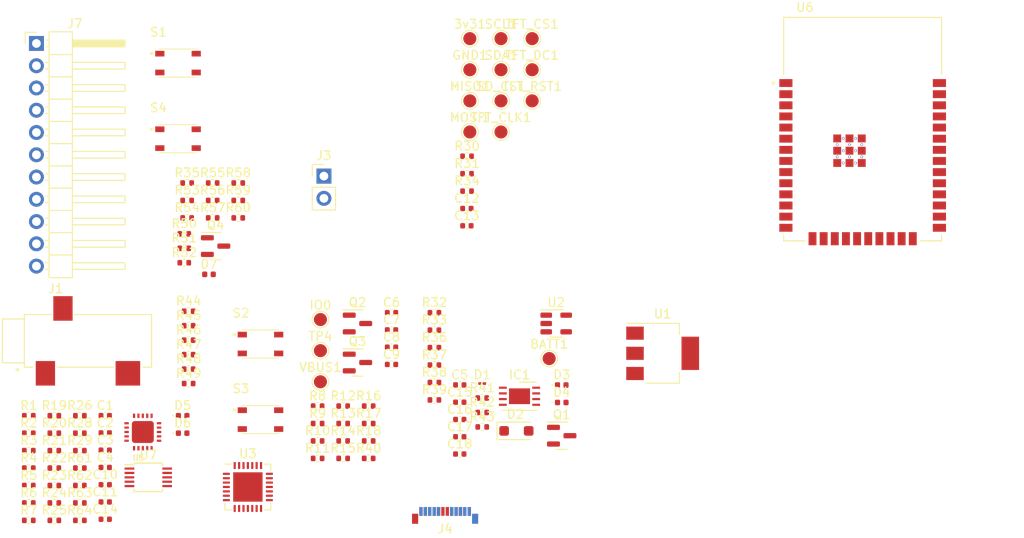
<source format=kicad_pcb>
(kicad_pcb (version 20221018) (generator pcbnew)
  (layers (0 "F.Cu" signal) (31 "B.Cu" signal) (34 "B.Paste" user) (35 "F.Paste" user) (36 "B.SilkS" user "B.Silkscreen") (37 "F.SilkS" user "F.Silkscreen") (38 "B.Mask" user) (39 "F.Mask" user) (44 "Edge.Cuts" user))
  (net 0 "")
  (net 1 "+3V3")
  (net 2 "+BATT")
  (net 3 "Net-(U5-HPDRIVE)")
  (net 4 "Net-(U5-HPSENSE)")
  (net 5 "SW")
  (net 6 "REF")
  (net 7 "Vout")
  (net 8 "Net-(C3-Pad2)")
  (net 9 "Net-(U5-OPAMP+)")
  (net 10 "GND")
  (net 11 "IO0")
  (net 12 "EN")
  (net 13 "+3.3V")
  (net 14 "Net-(U5-RLDFB)")
  (net 15 "Net-(U5-RLD)")
  (net 16 "Net-(D2-K)")
  (net 17 "VBUS")
  (net 18 "Net-(D1-K)")
  (net 19 "Net-(D1-A)")
  (net 20 "Net-(D3-K)")
  (net 21 "Net-(D3-A)")
  (net 22 "Net-(D4-K)")
  (net 23 "Net-(D5-K)")
  (net 24 "Net-(D5-A)")
  (net 25 "Net-(D6-K)")
  (net 26 "Net-(D7-A)")
  (net 27 "Net-(IC1-~{ALARMB})")
  (net 30 "Net-(IC1-SDA)")
  (net 31 "Net-(IC1-SCL)")
  (net 32 "Net-(J4-CC1)")
  (net 33 "USB-")
  (net 34 "USB+")
  (net 36 "Net-(J4-CC2)")
  (net 40 "Net-(J7-Pin_4)")
  (net 41 "Net-(J7-Pin_5)")
  (net 42 "Net-(J7-Pin_6)")
  (net 43 "Net-(J7-Pin_7)")
  (net 44 "Net-(J7-Pin_8)")
  (net 45 "Net-(J7-Pin_9)")
  (net 46 "Net-(J7-Pin_10)")
  (net 47 "Net-(J7-Pin_11)")
  (net 48 "MISO")
  (net 49 "MOSI")
  (net 50 "/Bootloading/DTR_Q")
  (net 51 "RTS")
  (net 52 "/Bootloading/RTS_Q")
  (net 53 "DTR")
  (net 54 "Net-(Q4-G)")
  (net 55 "Net-(R1-Pad2)")
  (net 56 "HP")
  (net 57 "Net-(U5-OPAMP-)")
  (net 58 "/Bootloading/VBUS_IN")
  (net 59 "/Bootloading/SUS_IN")
  (net 60 "Net-(U3-~{RST})")
  (net 61 "/Bootloading/RXD")
  (net 62 "RXD0")
  (net 63 "/Bootloading/TXD")
  (net 64 "TXD0")
  (net 65 "LA")
  (net 66 "Net-(U5-IN+)")
  (net 67 "Net-(U5-FR)")
  (net 68 "RA")
  (net 69 "Net-(U5-IN-)")
  (net 70 "RL")
  (net 71 "Net-(U5-REFIN)")
  (net 72 "ALERT{slash}READY")
  (net 73 "SCL")
  (net 74 "SDA")
  (net 75 "Net-(U2-PROG)")
  (net 76 "TFT_RST")
  (net 77 "Net-(U6-IO4)")
  (net 78 "SCK")
  (net 79 "Net-(U7-SCL)")
  (net 80 "Net-(U7-SDA)")
  (net 81 "Net-(U7-ALERT{slash}RDY)")
  (net 82 "TFT_CS")
  (net 83 "TFT_DC")
  (net 84 "SD_CS")
  (net 85 "LIT")
  (net 86 "START_BUTTON")
  (net 87 "ALT_START_BUTTON")
  (net 88 "MOTOR_EN")
  (net 89 "Net-(U7-ADDR)")
  (net 90 "Net-(U5-AC{slash}*DC)")
  (net 99 "TFT_CLK")
  (net 116 "LOD-")
  (net 117 "LOD+")
  (net 118 "SDN")
  (net 121 "IO32")
  (net 122 "IO33")
  (net 123 "IO26")
  (net 124 "IO27")
  (footprint "Resistor_SMD:R_0402_1005Metric" (layer "F.Cu") (at 117.1037 60.0876)
    (fp_text reference "R54" (at 0 -1.17) (layer "F.SilkS"))
    (fp_text value "0")
    (pad "1" smd roundrect (at -0.51 0) (size 0.54 0.64) (layers "F.Cu" "F.Paste" "F.Mask") (net 83 "TFT_DC"))
    (pad "2" smd roundrect (at 0.51 0) (size 0.54 0.64) (layers "F.Cu" "F.Paste" "F.Mask") (net 45 "Net-(J7-Pin_9)"))
  )
  (footprint "Resistor_SMD:R_0402_1005Metric" (layer "F.Cu") (at 117.2737 78.9876)
    (fp_text reference "R49" (at 0 -1.17) (layer "F.SilkS"))
    (fp_text value "0")
    (pad "1" smd roundrect (at -0.51 0) (size 0.54 0.64) (layers "F.Cu" "F.Paste" "F.Mask") (net 81 "Net-(U7-ALERT{slash}RDY)"))
    (pad "2" smd roundrect (at 0.51 0) (size 0.54 0.64) (layers "F.Cu" "F.Paste" "F.Mask") (net 72 "ALERT{slash}READY"))
  )
  (footprint "Capacitor_SMD:C_0402_1005Metric" (layer "F.Cu") (at 107.7637 82.6476)
    (fp_text reference "C1" (at 0 -1.16) (layer "F.SilkS"))
    (fp_text value "470n")
    (pad "1" smd roundrect (at -0.48 0) (size 0.56 0.62) (layers "F.Cu" "F.Paste" "F.Mask") (net 3 "Net-(U5-HPDRIVE)"))
    (pad "2" smd roundrect (at 0.48 0) (size 0.56 0.62) (layers "F.Cu" "F.Paste" "F.Mask") (net 4 "Net-(U5-HPSENSE)"))
  )
  (footprint "Resistor_SMD:R_0402_1005Metric" (layer "F.Cu") (at 117.1037 58.0976)
    (fp_text reference "R53" (at 0 -1.17) (layer "F.SilkS"))
    (fp_text value "0")
    (pad "1" smd roundrect (at -0.51 0) (size 0.54 0.64) (layers "F.Cu" "F.Paste" "F.Mask") (net 76 "TFT_RST"))
    (pad "2" smd roundrect (at 0.51 0) (size 0.54 0.64) (layers "F.Cu" "F.Paste" "F.Mask") (net 44 "Net-(J7-Pin_8)"))
  )
  (footprint "Resistor_SMD:R_0402_1005Metric" (layer "F.Cu") (at 104.8737 90.6176)
    (fp_text reference "R62" (at 0 -1.17) (layer "F.SilkS"))
    (fp_text value "10k")
    (pad "1" smd roundrect (at -0.51 0) (size 0.54 0.64) (layers "F.Cu" "F.Paste" "F.Mask") (net 10 "GND"))
    (pad "2" smd roundrect (at 0.51 0) (size 0.54 0.64) (layers "F.Cu" "F.Paste" "F.Mask") (net 89 "Net-(U7-ADDR)"))
  )
  (footprint "Resistor_SMD:R_0402_1005Metric" (layer "F.Cu") (at 149.0037 57.0376)
    (fp_text reference "R34" (at 0 -1.17) (layer "F.SilkS"))
    (fp_text value "0")
    (pad "1" smd roundrect (at -0.51 0) (size 0.54 0.64) (layers "F.Cu" "F.Paste" "F.Mask") (net 76 "TFT_RST"))
    (pad "2" smd roundrect (at 0.51 0) (size 0.54 0.64) (layers "F.Cu" "F.Paste" "F.Mask") (net 77 "Net-(U6-IO4)"))
  )
  (footprint "Package_TO_SOT_SMD:SOT-23" (layer "F.Cu") (at 136.5137 72.1376)
    (fp_text reference "Q2" (at 0 -2.4) (layer "F.SilkS"))
    (fp_text value "AO3400A")
    (pad "1" smd roundrect (at -0.9375 -0.95) (size 1.475 0.6) (layers "F.Cu" "F.Paste" "F.Mask") (net 50 "/Bootloading/DTR_Q"))
    (pad "2" smd roundrect (at -0.9375 0.95) (size 1.475 0.6) (layers "F.Cu" "F.Paste" "F.Mask") (net 51 "RTS"))
    (pad "3" smd roundrect (at 0.9375 0) (size 1.475 0.6) (layers "F.Cu" "F.Paste" "F.Mask") (net 12 "EN"))
  )
  (footprint "LED_SMD:LED_0402_1005Metric" (layer "F.Cu") (at 116.5887 82.6576)
    (fp_text reference "D5" (at 0 -1.17) (layer "F.SilkS"))
    (fp_text value "LED")
    (pad "1" smd roundrect (at -0.485 0) (size 0.59 0.64) (layers "F.Cu" "F.Paste" "F.Mask") (net 23 "Net-(D5-K)"))
    (pad "2" smd roundrect (at 0.485 0) (size 0.59 0.64) (layers "F.Cu" "F.Paste" "F.Mask") (net 24 "Net-(D5-A)"))
  )
  (footprint "Resistor_SMD:R_0402_1005Metric" (layer "F.Cu") (at 101.9637 92.6076)
    (fp_text reference "R24" (at 0 -1.17) (layer "F.SilkS"))
    (fp_text value "0")
    (pad "1" smd roundrect (at -0.51 0) (size 0.54 0.64) (layers "F.Cu" "F.Paste" "F.Mask") (net 23 "Net-(D5-K)"))
    (pad "2" smd roundrect (at 0.51 0) (size 0.54 0.64) (layers "F.Cu" "F.Paste" "F.Mask") (net 10 "GND"))
  )
  (footprint "Resistor_SMD:R_0402_1005Metric" (layer "F.Cu") (at 117.1037 56.1076)
    (fp_text reference "R35" (at 0 -1.17) (layer "F.SilkS"))
    (fp_text value "0")
    (pad "1" smd roundrect (at -0.51 0) (size 0.54 0.64) (layers "F.Cu" "F.Paste" "F.Mask") (net 78 "SCK"))
    (pad "2" smd roundrect (at 0.51 0) (size 0.54 0.64) (layers "F.Cu" "F.Paste" "F.Mask") (net 40 "Net-(J7-Pin_4)"))
  )
  (footprint "Resistor_SMD:R_0402_1005Metric" (layer "F.Cu") (at 134.8837 83.5476)
    (fp_text reference "R13" (at 0 -1.17) (layer "F.SilkS"))
    (fp_text value "22.1K")
    (pad "1" smd roundrect (at -0.51 0) (size 0.54 0.64) (layers "F.Cu" "F.Paste" "F.Mask") (net 17 "VBUS"))
    (pad "2" smd roundrect (at 0.51 0) (size 0.54 0.64) (layers "F.Cu" "F.Paste" "F.Mask") (net 58 "/Bootloading/VBUS_IN"))
  )
  (footprint "Resistor_SMD:R_0402_1005Metric" (layer "F.Cu") (at 145.2837 76.8776)
    (fp_text reference "R37" (at 0 -1.17) (layer "F.SilkS"))
    (fp_text value "10K")
    (pad "1" smd roundrect (at -0.51 0) (size 0.54 0.64) (layers "F.Cu" "F.Paste" "F.Mask") (net 18 "Net-(D1-K)"))
    (pad "2" smd roundrect (at 0.51 0) (size 0.54 0.64) (layers "F.Cu" "F.Paste" "F.Mask") (net 10 "GND"))
  )
  (footprint "Resistor_SMD:R_0402_1005Metric" (layer "F.Cu") (at 101.9637 90.6176)
    (fp_text reference "R23" (at 0 -1.17) (layer "F.SilkS"))
    (fp_text value "390K")
    (pad "1" smd roundrect (at -0.51 0) (size 0.54 0.64) (layers "F.Cu" "F.Paste" "F.Mask") (net 70 "RL"))
    (pad "2" smd roundrect (at 0.51 0) (size 0.54 0.64) (layers "F.Cu" "F.Paste" "F.Mask") (net 15 "Net-(U5-RLD)"))
  )
  (footprint "Package_DFN_QFN:QFN-28-1EP_5x5mm_P0.5mm_EP3.35x3.35mm" (layer "F.Cu") (at 124.0237 90.7876)
    (fp_text reference "U3" (at 0 -3.8) (layer "F.SilkS"))
    (fp_text value "CP2102N-Axx-xQFN28")
    (pad "1" smd roundrect (at -2.45 -1.5) (size 0.8 0.25) (layers "F.Cu" "F.Paste" "F.Mask"))
    (pad "2" smd roundrect (at -2.45 -1) (size 0.8 0.25) (layers "F.Cu" "F.Paste" "F.Mask"))
    (pad "3" smd roundrect (at -2.45 -0.5) (size 0.8 0.25) (layers "F.Cu" "F.Paste" "F.Mask") (net 10 "GND"))
    (pad "4" smd roundrect (at -2.45 0) (size 0.8 0.25) (layers "F.Cu" "F.Paste" "F.Mask") (net 34 "USB+"))
    (pad "5" smd roundrect (at -2.45 0.5) (size 0.8 0.25) (layers "F.Cu" "F.Paste" "F.Mask") (net 33 "USB-"))
    (pad "6" smd roundrect (at -2.45 1) (size 0.8 0.25) (layers "F.Cu" "F.Paste" "F.Mask") (net 13 "+3.3V"))
    (pad "7" smd roundrect (at -2.45 1.5) (size 0.8 0.25) (layers "F.Cu" "F.Paste" "F.Mask") (net 13 "+3.3V"))
    (pad "8" smd roundrect (at -1.5 2.45) (size 0.25 0.8) (layers "F.Cu" "F.Paste" "F.Mask") (net 58 "/Bootloading/VBUS_IN"))
    (pad "9" smd roundrect (at -1 2.45) (size 0.25 0.8) (layers "F.Cu" "F.Paste" "F.Mask") (net 60 "Net-(U3-~{RST})"))
    (pad "10" smd roundrect (at -0.5 2.45) (size 0.25 0.8) (layers "F.Cu" "F.Paste" "F.Mask"))
    (pad "11" smd roundrect (at 0 2.45) (size 0.25 0.8) (layers "F.Cu" "F.Paste" "F.Mask") (net 59 "/Bootloading/SUS_IN"))
    (pad "12" smd roundrect (at 0.5 2.45) (size 0.25 0.8) (layers "F.Cu" "F.Paste" "F.Mask"))
    (pad "13" smd roundrect (at 1 2.45) (size 0.25 0.8) (layers "F.Cu" "F.Paste" "F.Mask"))
    (pad "14" smd roundrect (at 1.5 2.45) (size 0.25 0.8) (layers "F.Cu" "F.Paste" "F.Mask"))
    (pad "15" smd roundrect (at 2.45 1.5) (size 0.8 0.25) (layers "F.Cu" "F.Paste" "F.Mask"))
    (pad "16" smd roundrect (at 2.45 1) (size 0.8 0.25) (layers "F.Cu" "F.Paste" "F.Mask"))
    (pad "17" smd roundrect (at 2.45 0.5) (size 0.8 0.25) (layers "F.Cu" "F.Paste" "F.Mask"))
    (pad "18" smd roundrect (at 2.45 0) (size 0.8 0.25) (layers "F.Cu" "F.Paste" "F.Mask"))
    (pad "19" smd roundrect (at 2.45 -0.5) (size 0.8 0.25) (layers "F.Cu" "F.Paste" "F.Mask"))
    (pad "20" smd roundrect (at 2.45 -1) (size 0.8 0.25) (layers "F.Cu" "F.Paste" "F.Mask"))
    (pad "21" smd roundrect (at 2.45 -1.5) (size 0.8 0.25) (layers "F.Cu" "F.Paste" "F.Mask"))
    (pad "22" smd roundrect (at 1.5 -2.45) (size 0.25 0.8) (layers "F.Cu" "F.Paste" "F.Mask"))
    (pad "23" smd roundrect (at 1 -2.45) (size 0.25 0.8) (layers "F.Cu" "F.Paste" "F.Mask"))
    (pad "24" smd roundrect (at 0.5 -2.45) (size 0.25 0.8) (layers "F.Cu" "F.Paste" "F.Mask") (net 51 "RTS"))
    (pad "25" smd roundrect (at 0 -2.45) (size 0.25 0.8) (layers "F.Cu" "F.Paste" "F.Mask") (net 63 "/Bootloading/TXD"))
    (pad "26" smd roundrect (at -0.5 -2.45) (size 0.25 0.8) (layers "F.Cu" "F.Paste" "F.Mask") (net 61 "/Bootloading/RXD"))
    (pad "27" smd roundrect (at -1 -2.45) (size 0.25 0.8) (layers "F.Cu" "F.Paste" "F.Mask"))
    (pad "28" smd roundrect (at -1.5 -2.45) (size 0.25 0.8) (layers "F.Cu" "F.Paste" "F.Mask") (net 53 "DTR"))
    (pad "29" smd rect (at 0 0) (size 3.35 3.35) (layers "F.Cu" "F.Mask") (net 10 "GND"))
  )
  (footprint "Capacitor_SMD:C_0402_1005Metric" (layer "F.Cu") (at 148.1737 83.0876)
    (fp_text reference "C16" (at 0 -1.16) (layer "F.SilkS"))
    (fp_text value "10uF")
    (pad "1" smd roundrect (at -0.48 0) (size 0.56 0.62) (layers "F.Cu" "F.Paste" "F.Mask") (net 13 "+3.3V"))
    (pad "2" smd roundrect (at 0.48 0) (size 0.56 0.62) (layers "F.Cu" "F.Paste" "F.Mask") (net 10 "GND"))
  )
  (footprint "Connector_USB:USB_C_Plug_Molex_105444" (layer "F.Cu") (at 146.5032 93.5336)
    (fp_text reference "J4" (at 0 2.04) (layer "F.SilkS"))
    (fp_text value "USB_C_Receptacle_USB2.0")
    (pad "A1" smd rect (at -2.75 0.04) (size 0.38 1) (layers "F.Cu" "F.Paste" "F.Mask") (net 10 "GND"))
    (pad "A2" smd rect (at -2.25 0.04) (size 0.38 1) (layers "F.Cu" "F.Paste" "F.Mask"))
    (pad "A3" smd rect (at -1.75 0.04) (size 0.38 1) (layers "F.Cu" "F.Paste" "F.Mask"))
    (pad "A4" smd rect (at -1.25 0.04) (size 0.38 1) (layers "F.Cu" "F.Paste" "F.Mask") (net 17 "VBUS"))
    (pad "A5" smd rect (at -0.75 0.04) (size 0.38 1) (layers "F.Cu" "F.Paste" "F.Mask") (net 32 "Net-(J4-CC1)"))
    (pad "A6" smd rect (at -0.25 0.04) (size 0.38 1) (layers "F.Cu" "F.Paste" "F.Mask") (net 33 "USB-"))
    (pad "A7" smd rect (at 0.25 0.04) (size 0.38 1) (layers "F.Cu" "F.Paste" "F.Mask") (net 34 "USB+"))
    (pad "A8" smd rect (at 0.75 0.04) (size 0.38 1) (layers "F.Cu" "F.Paste" "F.Mask"))
    (pad "A9" smd rect (at 1.25 0.04) (size 0.38 1) (layers "F.Cu" "F.Paste" "F.Mask") (net 17 "VBUS"))
    (pad "A10" smd rect (at 1.75 0.04) (size 0.38 1) (layers "F.Cu" "F.Paste" "F.Mask"))
    (pad "A11" smd rect (at 2.25 0.04) (size 0.38 1) (layers "F.Cu" "F.Paste" "F.Mask"))
    (pad "A12" smd rect (at 2.75 0.04) (size 0.38 1) (layers "F.Cu" "F.Paste" "F.Mask") (net 10 "GND"))
    (pad "B1" smd rect (at 2.75 0.04) (size 0.38 1) (layers "B.Cu" "B.Paste" "B.Mask") (net 10 "GND"))
    (pad "B2" smd rect (at 2.25 0.04) (size 0.38 1) (layers "B.Cu" "B.Paste" "B.Mask"))
    (pad "B3" smd rect (at 1.75 0.04) (size 0.38 1) (layers "B.Cu" "B.Paste" "B.Mask"))
    (pad "B4" smd rect (at 1.25 0.04) (size 0.38 1) (layers "B.Cu" "B.Paste" "B.Mask") (net 17 "VBUS"))
    (pad "B5" smd rect (at 0.75 0.04) (size 0.38 1) (layers "B.Cu" "B.Paste" "B.Mask") (net 36 "Net-(J4-CC2)"))
    (pad "B8" smd rect (at -0.75 0.04) (size 0.38 1) (layers "B.Cu" "B.Paste" "B.Mask"))
    (pad "B9" smd rect (at -1.25 0.04) (size 0.38 1) (layers "B.Cu" "B.Paste" "B.Mask") (net 17 "VBUS"))
    (pad "B10" smd rect (at -1.75 0.04) (size 0.38 1) (layers "B.Cu" "B.Paste" "B.Mask"))
    (pad "B11" smd rect (at -2.25 0.04) (size 0.38 1) (layers "B.Cu" "B.Paste" "B.Mask"))
    (pad "B12" smd rect (at -2.75 0.04) (size 0.38 1) (layers "B.Cu" "B.Paste" "B.Mask") (net 10 "GND"))
    (pad "S1" smd rect (at -3.42 0.88) (size 0.7 1.15) (layers "F.Cu" "F.Paste" "F.Mask"))
    (pad "S1" smd rect (at 3.42 0.88) (size 0.7 1.15) (layers "B.Cu" "B.Paste" "B.Mask"))
  )
  (footprint "Diode_SMD:D_SOD-123F" (layer "F.Cu") (at 154.6287 84.3876)
    (fp_text reference "D2" (at -0.127 -1.905) (layer "F.SilkS"))
    (fp_text value "MBR1020VL")
    (pad "1" smd roundrect (at -1.4 0) (size 1.1 1.1) (layers "F.Cu" "F.Paste" "F.Mask") (roundrect_rratio 0.2272727273) (net 16 "Net-(D2-K)"))
    (pad "2" smd roundrect (at 1.4 0) (size 1.1 1.1) (layers "F.Cu" "F.Paste" "F.Mask") (roundrect_rratio 0.2272727273) (net 17 "VBUS"))
  )
  (footprint "Resistor_SMD:R_0402_1005Metric" (layer "F.Cu") (at 101.9637 94.5976)
    (fp_text reference "R25" (at 0 -1.17) (layer "F.SilkS"))
    (fp_text value "1M")
    (pad "1" smd roundrect (at -0.51 0) (size 0.54 0.64) (layers "F.Cu" "F.Paste" "F.Mask") (net 1 "+3V3"))
    (pad "2" smd roundrect (at 0.51 0) (size 0.54 0.64) (layers "F.Cu" "F.Paste" "F.Mask") (net 71 "Net-(U5-REFIN)"))
  )
  (footprint "TestPoint:TestPoint_Pad_D1.5mm" (layer "F.Cu") (at 149.3237 43.1876)
    (fp_text reference "GND1" (at 0 -1.648) (layer "F.SilkS"))
    (fp_text value "TestPoint")
    (pad "1" smd circle (at 0 0) (size 1.5 1.5) (layers "F.Cu" "F.Mask") (net 10 "GND"))
  )
  (footprint "Muscle_Recovery_Footprint_Library:XCVR_ESP32-WROOM-32E__16MB_" (layer "F.Cu") (at 194.0944 49.964)
    (fp_text reference "U6" (at -6.575 -13.885) (layer "F.SilkS"))
    (fp_text value "ESP32-WROOM-32E__16MB_")
    (pad "1" smd rect (at -8.75 -5.26) (size 1.5 0.9) (layers "F.Cu" "F.Paste" "F.Mask") (net 10 "GND"))
    (pad "2" smd rect (at -8.75 -3.99) (size 1.5 0.9) (layers "F.Cu" "F.Paste" "F.Mask") (net 1 "+3V3"))
    (pad "3" smd rect (at -8.75 -2.72) (size 1.5 0.9) (layers "F.Cu" "F.Paste" "F.Mask") (net 12 "EN"))
    (pad "4" smd rect (at -8.75 -1.45) (size 1.5 0.9) (layers "F.Cu" "F.Paste" "F.Mask"))
    (pad "5" smd rect (at -8.75 -0.18) (size 1.5 0.9) (layers "F.Cu" "F.Paste" "F.Mask"))
    (pad "6" smd rect (at -8.75 1.09) (size 1.5 0.9) (layers "F.Cu" "F.Paste" "F.Mask") (net 87 "ALT_START_BUTTON"))
    (pad "7" smd rect (at -8.75 2.36) (size 1.5 0.9) (layers "F.Cu" "F.Paste" "F.Mask") (net 86 "START_BUTTON"))
    (pad "8" smd rect (at -8.75 3.63) (size 1.5 0.9) (layers "F.Cu" "F.Paste" "F.Mask") (net 121 "IO32"))
    (pad "9" smd rect (at -8.75 4.9) (size 1.5 0.9) (layers "F.Cu" "F.Paste" "F.Mask") (net 122 "IO33"))
    (pad "10" smd rect (at -8.75 6.17) (size 1.5 0.9) (layers "F.Cu" "F.Paste" "F.Mask") (net 88 "MOTOR_EN"))
    (pad "11" smd rect (at -8.75 7.44) (size 1.5 0.9) (layers "F.Cu" "F.Paste" "F.Mask") (net 123 "IO26"))
    (pad "12" smd rect (at -8.75 8.71) (size 1.5 0.9) (layers "F.Cu" "F.Paste" "F.Mask") (net 124 "IO27"))
    (pad "13" smd rect (at -8.75 9.98) (size 1.5 0.9) (layers "F.Cu" "F.Paste" "F.Mask") (net 84 "SD_CS"))
    (pad "14" smd rect (at -8.75 11.25) (size 1.5 0.9) (layers "F.Cu" "F.Paste" "F.Mask") (net 72 "ALERT{slash}READY"))
    (pad "15" smd rect (at -5.715 12.5) (size 0.9 1.5) (layers "F.Cu" "F.Paste" "F.Mask") (net 10 "GND"))
    (pad "16" smd rect (at -4.445 12.5) (size 0.9 1.5) (layers "F.Cu" "F.Paste" "F.Mask") (net 85 "LIT"))
    (pad "17" smd rect (at -3.175 12.5) (size 0.9 1.5) (layers "F.Cu" "F.Paste" "F.Mask"))
    (pad "18" smd rect (at -1.905 12.5) (size 0.9 1.5) (layers "F.Cu" "F.Paste" "F.Mask"))
    (pad "19" smd rect (at -0.635 12.5) (size 0.9 1.5) (layers "F.Cu" "F.Paste" "F.Mask"))
    (pad "20" smd rect (at 0.635 12.5) (size 0.9 1.5) (layers "F.Cu" "F.Paste" "F.Mask"))
    (pad "21" smd rect (at 1.905 12.5) (size 0.9 1.5) (layers "F.Cu" "F.Paste" "F.Mask"))
    (pad "22" smd rect (at 3.175 12.5) (size 0.9 1.5) (layers "F.Cu" "F.Paste" "F.Mask"))
    (pad "23" smd rect (at 4.445 12.5) (size 0.9 1.5) (layers "F.Cu" "F.Paste" "F.Mask") (net 82 "TFT_CS"))
    (pad "24" smd rect (at 5.715 12.5) (size 0.9 1.5) (layers "F.Cu" "F.Paste" "F.Mask") (net 83 "TFT_DC"))
    (pad "25" smd rect (at 8.75 11.25) (size 1.5 0.9) (layers "F.Cu" "F.Paste" "F.Mask") (net 11 "IO0"))
    (pad "26" smd rect (at 8.75 9.98) (size 1.5 0.9) (layers "F.Cu" "F.Paste" "F.Mask") (net 77 "Net-(U6-IO4)"))
    (pad "27" smd rect (at 8.75 8.71) (size 1.5 0.9) (layers "F.Cu" "F.Paste" "F.Mask"))
    (pad "28" smd rect (at 8.75 7.44) (size 1.5 0.9) (layers "F.Cu" "F.Paste" "F.Mask"))
    (pad "29" smd rect (at 8.75 6.17) (size 1.5 0.9) (layers "F.Cu" "F.Paste" "F.Mask"))
    (pad "30" smd rect (at 8.75 4.9) (size 1.5 0.9) (layers "F.Cu" "F.Paste" "F.Mask") (net 78 "SCK"))
    (pad "31" smd rect (at 8.75 3.63) (size 1.5 0.9) (layers "F.Cu" "F.Paste" "F.Mask") (net 48 "MISO"))
    (pad "32" smd rect (at 8.75 2.36) (size 1.5 0.9) (layers "F.Cu" "F.Paste" "F.Mask"))
    (pad "33" smd rect (at 8.75 1.09) (size 1.5 0.9) (layers "F.Cu" "F.Paste" "F.Mask") (net 73 "SCL"))
    (pad "34" smd rect (at 8.75 -0.18) (size 1.5 0.9) (layers "F.Cu" "F.Paste" "F.Mask") (net 62 "RXD0"))
    (pad "35" smd rect (at 8.75 -1.45) (size 1.5 0.9) (layers "F.Cu" "F.Paste" "F.Mask") (net 64 "TXD0"))
    (pad "36" smd rect (at 8.75 -2.72) (size 1.5 0.9) (layers "F.Cu" "F.Paste" "F.Mask") (net 74 "SDA"))
    (pad "37" smd rect (at 8.75 -3.99) (size 1.5 0.9) (layers "F.Cu" "F.Paste" "F.Mask") (net 49 "MOSI"))
    (pad "38" smd rect (at 8.75 -5.26) (size 1.5 0.9) (layers "F.Cu" "F.Paste" "F.Mask") (net 10 "GND"))
    (pad "39_1" smd rect (at -2.9 1.06) (size 0.9 0.9) (layers "F.Cu" "F.Paste" "F.Mask") (net 10 "GND"))
    (pad "39_2" smd rect (at -1.5 1.06) (size 0.9 0.9) (layers "F.Cu" "F.Paste" "F.Mask") (net 10 "GND"))
    (pad "39_3" smd rect (at -0.1 1.06) (size 0.9 0.9) (layers "F.Cu" "F.Paste" "F.Mask") (net 10 "GND"))
    (pad "39_4" smd rect (at -2.9 2.46) (size 0.9 0.9) (layers "F.Cu" "F.Paste" "F.Mask") (net 10 "GND"))
    (pad "39_5" smd rect (at -1.5 2.46) (size 0.9 0.9) (layers "F.Cu" "F.Paste" "F.Mask") (net 10 "GND"))
    (pad "39_6" smd rect (at -0.1 2.46) (size 0.9 0.9) (layers "F.Cu" "F.Paste" "F.Mask") (net 10 "GND"))
    (pad "39_7" smd rect (at -2.9 3.86) (size 0.9 0.9) (layers "F.Cu" "F.Paste" "F.Mask") (net 10 "GND"))
    (pad "39_8" smd rect (at -1.5 3.86) (size 0.9 0.9) (layers "F.Cu" "F.Paste" "F.Mask") (net 10 "GND"))
    (pad "39_9" smd rect (at -0.1 3.86) (size 0.9 0.9) (layers "F.Cu" "F.Paste" "F.Mask") (net 10 "GND"))
    (pad "39_10" thru_hole circle (at -2.2 1.06) (size 0.3 0.3) (drill 0.2) (layers "*.Cu"))
    (pad "39_11" thru_hole circle (at -0.8 1.06) (size 0.3 0.3) (drill 0.2) (layers "*.Cu"))
    (pad "39_12" thru_hole circle (at -2.9 1.76) (size 0.3 0.3) (drill 0.2) (layers "*.Cu"))
    (pad "39_13" thru_hole circle (at -1.5 1.76) (size 0.3 0.3) (drill 0.2) (layers "*.Cu"))
    (pad "39_14" thru_hole circle (at -0.1 1.76) (size 0.3 0.3) (drill 0.2) (layers "*.Cu"))
    (pad "39_15" thru_hole circle (at -2.2 2.46) (size 0.3 0.3) (drill 0.2) (layers "*.Cu"))
    (pad "39_16" thru_hole circle (at -0.8 2.46) (size 0.3 0.3) (drill 0.2) (layers "*.Cu"))
    (pad "39_17" thru_hole circle (at -2.9 3.16) (size 0.3 0.3) (drill 0.2) (layers "*.Cu"))
    (pad "39_18" thru_hole circle (at -1.5 3.16) (size 0.3 0.3) (drill 0.2) (layers "*.Cu"))
    (pad "39_19" thru_hole circle (at -0.1 3.16) (size 0.3 0.3) (drill 0.2) (layers "*.Cu"))
    (pad "39_20" thru_hole circle (at -2.2 3.86) (size 0.3 0.3) (drill 0.2) (layers "*.Cu"))
    (pad "39_21" thru_hole circle (at -0.8 3.86) (size 0.3 0.3) (drill 0.2) (layers "*.Cu"))
  )
  (footprint "Capacitor_SMD:C_0402_1005Metric" (layer "F.Cu") (at 107.7637 86.5876)
    (fp_text reference "C3" (at 0 -1.16) (layer "F.SilkS"))
    (fp_text value "270p")
    (pad "1" smd roundrect (at -0.48 0) (size 0.56 0.62) (layers "F.Cu" "F.Paste" "F.Mask") (net 7 "Vout"))
    (pad "2" smd roundrect (at 0.48 0) (size 0.56 0.62) (layers "F.Cu" "F.Paste" "F.Mask") (net 8 "Net-(C3-Pad2)"))
  )
  (footprint "TestPoint:TestPoint_Pad_D1.5mm" (layer "F.Cu") (at 156.4237 46.7376)
    (fp_text reference "TFT_RST1" (at 0 -1.648) (layer "F.SilkS"))
    (fp_text value "TestPoint")
    (pad "1" smd circle (at 0 0) (size 1.5 1.5) (layers "F.Cu" "F.Mask") (net 76 "TFT_RST"))
  )
  (footprint "TestPoint:TestPoint_Pad_D1.5mm" (layer "F.Cu") (at 149.3237 50.2876)
    (fp_text reference "MOSI1" (at 0 -1.648) (layer "F.SilkS"))
    (fp_text value "TestPoint")
    (pad "1" smd circle (at 0 0) (size 1.5 1.5) (layers "F.Cu" "F.Mask") (net 49 "MOSI"))
  )
  (footprint "Resistor_SMD:R_0402_1005Metric" (layer "F.Cu") (at 117.2737 75.6876)
    (fp_text reference "R47" (at 0 -1.17) (layer "F.SilkS"))
    (fp_text value "0")
    (pad "1" smd roundrect (at -0.51 0) (size 0.54 0.64) (layers "F.Cu" "F.Paste" "F.Mask") (net 79 "Net-(U7-SCL)"))
    (pad "2" smd roundrect (at 0.51 0) (size 0.54 0.64) (layers "F.Cu" "F.Paste" "F.Mask") (net 73 "SCL"))
  )
  (footprint "Muscle_Recovery_Footprint_Library:PTS810SJG250SMTRLFS" (layer "F.Cu") (at 125.4622 74.4761)
    (fp_text reference "S2" (at -2.23 -3.53) (layer "F.SilkS"))
    (fp_text value "B3F-1000")
    (pad "1" smd rect (at -2.075 -1.075) (size 1.05 0.65) (layers "F.Cu" "F.Paste" "F.Mask"))
    (pad "2" smd rect (at 2.075 -1.075) (size 1.05 0.65) (layers "F.Cu" "F.Paste" "F.Mask") (net 10 "GND"))
    (pad "3" smd rect (at -2.075 1.075) (size 1.05 0.65) (layers "F.Cu" "F.Paste" "F.Mask"))
    (pad "4" smd rect (at 2.075 1.075) (size 1.05 0.65) (layers "F.Cu" "F.Paste" "F.Mask") (net 11 "IO0"))
  )
  (footprint "Resistor_SMD:R_0402_1005Metric" (layer "F.Cu") (at 104.8737 92.6076)
    (fp_text reference "R63" (at 0 -1.17) (layer "F.SilkS"))
    (fp_text value "0")
    (pad "1" smd roundrect (at -0.51 0) (size 0.54 0.64) (layers "F.Cu" "F.Paste" "F.Mask") (net 1 "+3V3"))
    (pad "2" smd roundrect (at 0.51 0) (size 0.54 0.64) (layers "F.Cu" "F.Paste" "F.Mask") (net 90 "Net-(U5-AC{slash}*DC)"))
  )
  (footprint "LED_SMD:LED_0402_1005Metric" (layer "F.Cu") (at 159.7987 81.1476)
    (fp_text reference "D4" (at 0 -1.17) (layer "F.SilkS"))
    (fp_text value "LED_Small")
    (pad "1" smd roundrect (at -0.485 0) (size 0.59 0.64) (layers "F.Cu" "F.Paste" "F.Mask") (net 22 "Net-(D4-K)"))
    (pad "2" smd roundrect (at 0.485 0) (size 0.59 0.64) (layers "F.Cu" "F.Paste" "F.Mask") (net 20 "Net-(D3-K)"))
  )
  (footprint "Capacitor_SMD:C_0402_1005Metric" (layer "F.Cu") (at 107.7637 90.5276)
    (fp_text reference "C10" (at 0 -1.16) (layer "F.SilkS"))
    (fp_text value "1n")
    (pad "1" smd roundrect (at -0.48 0) (size 0.56 0.62) (layers "F.Cu" "F.Paste" "F.Mask") (net 14 "Net-(U5-RLDFB)"))
    (pad "2" smd roundrect (at 0.48 0) (size 0.56 0.62) (layers "F.Cu" "F.Paste" "F.Mask") (net 15 "Net-(U5-RLD)"))
  )
  (footprint "Resistor_SMD:R_0402_1005Metric" (layer "F.Cu") (at 99.0537 92.6076)
    (fp_text reference "R6" (at 0 -1.17) (layer "F.SilkS"))
    (fp_text value "1M")
    (pad "1" smd roundrect (at -0.51 0) (size 0.54 0.64) (layers "F.Cu" "F.Paste" "F.Mask") (net 7 "Vout"))
    (pad "2" smd roundrect (at 0.51 0) (size 0.54 0.64) (layers "F.Cu" "F.Paste" "F.Mask") (net 57 "Net-(U5-OPAMP-)"))
  )
  (footprint "TestPoint:TestPoint_Pad_D1.5mm" (layer "F.Cu") (at 132.2937 78.7876)
    (fp_text reference "VBUS1" (at 0 -1.648) (layer "F.SilkS"))
    (fp_text value "TestPoint")
    (pad "1" smd circle (at 0 0) (size 1.5 1.5) (layers "F.Cu" "F.Mask") (net 17 "VBUS"))
  )
  (footprint "TestPoint:TestPoint_Pad_D1.5mm" (layer "F.Cu") (at 156.4237 43.1876)
    (fp_text reference "TFT_DC1" (at 0 -1.648) (layer "F.SilkS"))
    (fp_text value "TestPoint")
    (pad "1" smd circle (at 0 0) (size 1.5 1.5) (layers "F.Cu" "F.Mask") (net 83 "TFT_DC"))
  )
  (footprint "TestPoint:TestPoint_Pad_D1.5mm" (layer "F.Cu") (at 152.8737 50.2876)
    (fp_text reference "TFT_CLK1" (at 0 -1.648) (layer "F.SilkS"))
    (fp_text value "TestPoint")
    (pad "1" smd circle (at 0 0) (size 1.5 1.5) (layers "F.Cu" "F.Mask") (net 99 "TFT_CLK"))
  )
  (footprint "Resistor_SMD:R_0402_1005Metric" (layer "F.Cu") (at 150.7337 82.2876)
    (fp_text reference "R42" (at 0 -1.17) (layer "F.SilkS"))
    (fp_text value "0")
    (pad "1" smd roundrect (at -0.51 0) (size 0.54 0.64) (layers "F.Cu" "F.Paste" "F.Mask") (net 73 "SCL"))
    (pad "2" smd roundrect (at 0.51 0) (size 0.54 0.64) (layers "F.Cu" "F.Paste" "F.Mask") (net 31 "Net-(IC1-SCL)"))
  )
  (footprint "Resistor_SMD:R_0402_1005Metric" (layer "F.Cu") (at 150.7337 80.6376)
    (fp_text reference "R41" (at 0 -1.17) (layer "F.SilkS"))
    (fp_text value "0")
    (pad "1" smd roundrect (at -0.51 0) (size 0.54 0.64) (layers "F.Cu" "F.Paste" "F.Mask") (net 74 "SDA"))
    (pad "2" smd roundrect (at 0.51 0) (size 0.54 0.64) (layers "F.Cu" "F.Paste" "F.Mask") (net 30 "Net-(IC1-SDA)"))
  )
  (footprint "Resistor_SMD:R_0402_1005Metric" (layer "F.Cu") (at 145.2837 78.8676)
    (fp_text reference "R38" (at 0 -1.17) (layer "F.SilkS"))
    (fp_text value "2K")
    (pad "1" smd roundrect (at -0.51 0) (size 0.54 0.64) (layers "F.Cu" "F.Paste" "F.Mask") (net 17 "VBUS"))
    (pad "2" smd roundrect (at 0.51 0) (size 0.54 0.64) (layers "F.Cu" "F.Paste" "F.Mask") (net 21 "Net-(D3-A)"))
  )
  (footprint "Resistor_SMD:R_0402_1005Metric" (layer "F.Cu") (at 104.8737 88.6276)
    (fp_text reference "R61" (at 0 -1.17) (layer "F.SilkS"))
    (fp_text value "DNP")
    (pad "1" smd roundrect (at -0.51 0) (size 0.54 0.64) (layers "F.Cu" "F.Paste" "F.Mask") (net 89 "Net-(U7-ADDR)"))
    (pad "2" smd roundrect (at 0.51 0) (size 0.54 0.64) (layers "F.Cu" "F.Paste" "F.Mask") (net 1 "+3V3"))
  )
  (footprint "Resistor_SMD:R_0402_1005Metric" (layer "F.Cu") (at 101.9637 88.6276)
    (fp_text reference "R22" (at 0 -1.17) (layer "F.SilkS"))
    (fp_text value "180K")
    (pad "1" smd roundrect (at -0.51 0) (size 0.54 0.64) (layers "F.Cu" "F.Paste" "F.Mask") (net 68 "RA"))
    (pad "2" smd roundrect (at 0.51 0) (size 0.54 0.64) (layers "F.Cu" "F.Paste" "F.Mask") (net 69 "Net-(U5-IN-)"))
  )
  (footprint "Capacitor_SMD:C_0402_1005Metric" (layer "F.Cu") (at 140.3937 72.8676)
    (fp_text reference "C7" (at 0 -1.16) (layer "F.SilkS"))
    (fp_text value "C_Small")
    (pad "1" smd roundrect (at -0.48 0) (size 0.56 0.62) (layers "F.Cu" "F.Paste" "F.Mask") (net 12 "EN"))
    (pad "2" smd roundrect (at 0.48 0) (size 0.56 0.62) (layers "F.Cu" "F.Paste" "F.Mask") (net 10 "GND"))
  )
  (footprint "Resistor_SMD:R_0402_1005Metric" (layer "F.Cu") (at 120.0137 60.0876)
    (fp_text reference "R57" (at 0 -1.17) (layer "F.SilkS"))
    (fp_text value "10k")
    (pad "1" smd roundrect (at -0.51 0) (size 0.54 0.64) (layers "F.Cu" "F.Paste" "F.Mask") (net 86 "START_BUTTON"))
    (pad "2" smd roundrect (at 0.51 0) (size 0.54 0.64) (layers "F.Cu" "F.Paste" "F.Mask") (net 10 "GND"))
  )
  (footprint "Resistor_SMD:R_0402_1005Metric" (layer "F.Cu") (at 145.2837 70.9076)
    (fp_text reference "R32" (at 0 -1.17) (layer "F.SilkS"))
    (fp_text value "100k")
    (pad "1" smd roundrect (at -0.51 0) (size 0.54 0.64) (layers "F.Cu" "F.Paste" "F.Mask") (net 17 "VBUS"))
    (pad "2" smd roundrect (at 0.51 0) (size 0.54 0.64) (layers "F.Cu" "F.Paste" "F.Mask") (net 10 "GND"))
  )
  (footprint "Capacitor_SMD:C_0402_1005Metric" (layer "F.Cu") (at 148.1737 81.1176)
    (fp_text reference "C15" (at 0 -1.16) (layer "F.SilkS"))
    (fp_text value "10uF")
    (pad "1" smd roundrect (at -0.48 0) (size 0.56 0.62) (layers "F.Cu" "F.Paste" "F.Mask") (net 16 "Net-(D2-K)"))
    (pad "2" smd roundrect (at 0.48 0) (size 0.56 0.62) (layers "F.Cu" "F.Paste" "F.Mask") (net 10 "GND"))
  )
  (footprint "Resistor_SMD:R_0402_1005Metric" (layer "F.Cu") (at 116.7737 61.9076)
    (fp_text reference "R50" (at 0 -1.17) (layer "F.SilkS"))
    (fp_text value "0")
    (pad "1" smd roundrect (at -0.51 0) (size 0.54 0.64) (layers "F.Cu" "F.Paste" "F.Mask") (net 48 "MISO"))
    (pad "2" smd roundrect (at 0.51 0) (size 0.54 0.64) (layers "F.Cu" "F.Paste" "F.Mask") (net 41 "Net-(J7-Pin_5)"))
  )
  (footprint "Resistor_SMD:R_0402_1005Metric" (layer "F.Cu") (at 137.7937 81.5576)
    (fp_text reference "R16" (at 0 -1.17) (layer "F.SilkS"))
    (fp_text value "10K")
    (pad "1" smd roundrect (at -0.51 0) (size 0.54 0.64) (layers "F.Cu" "F.Paste" "F.Mask") (net 13 "+3.3V"))
    (pad "2" smd roundrect (at 0.51 0) (size 0.54 0.64) (layers "F.Cu" "F.Paste" "F.Mask") (net 60 "Net-(U3-~{RST})"))
  )
  (footprint "Resistor_SMD:R_0402_1005Metric" (layer "F.Cu") (at 99.0537 86.6376)
    (fp_text reference "R3" (at 0 -1.17) (layer "F.SilkS"))
    (fp_text value "27k")
    (pad "1" smd roundrect (at -0.51 0) (size 0.54 0.64) (layers "F.Cu" "F.Paste" "F.Mask") (net 55 "Net-(R1-Pad2)"))
    (pad "2" smd roundrect (at 0.51 0) (size 0.54 0.64) (layers "F.Cu" "F.Paste" "F.Mask") (net 5 "SW"))
  )
  (footprint "LED_SMD:LED_0402_1005Metric" (layer "F.Cu") (at 119.5887 66.5276)
    (fp_text reference "D7" (at 0 -1.17) (layer "F.SilkS"))
    (fp_text value "LED_Small")
    (pad "1" smd roundrect (at -0.485 0) (size 0.59 0.64) (layers "F.Cu" "F.Paste" "F.Mask") (net 13 "+3.3V"))
    (pad "2" smd roundrect (at 0.485 0) (size 0.59 0.64) (layers "F.Cu" "F.Paste" "F.Mask") (net 26 "Net-(D7-A)"))
  )
  (footprint "Resistor_SMD:R_0402_1005Metric" (layer "F.Cu") (at 99.0537 94.5976)
    (fp_text reference "R7" (at 0 -1.17) (layer "F.SilkS"))
    (fp_text value "100k")
    (pad "1" smd roundrect (at -0.51 0) (size 0.54 0.64) (layers "F.Cu" "F.Paste" "F.Mask") (net 6 "REF"))
    (pad "2" smd roundrect (at 0.51 0) (size 0.54 0.64) (layers "F.Cu" "F.Paste" "F.Mask") (net 57 "Net-(U5-OPAMP-)"))
  )
  (footprint "Capacitor_SMD:C_0402_1005Metric" (layer "F.Cu") (at 148.1737 79.1476)
    (fp_text reference "C5" (at 0 -1.16) (layer "F.SilkS"))
    (fp_text value "10uF")
    (pad "1" smd roundrect (at -0.48 0) (size 0.56 0.62) (layers "F.Cu" "F.Paste" "F.Mask") (net 2 "+BATT"))
    (pad "2" smd roundrect (at 0.48 0) (size 0.56 0.62) (layers "F.Cu" "F.Paste" "F.Mask") (net 10 "GND"))
  )
  (footprint "TestPoint:TestPoint_Pad_D1.5mm" (layer "F.Cu") (at 158.3637 76.1376)
    (fp_text reference "BATT1" (at 0 -1.648) (layer "F.SilkS"))
    (fp_text value "TestPoint")
    (pad "1" smd circle (at 0 0) (size 1.5 1.5) (layers "F.Cu" "F.Mask") (net 2 "+BATT"))
  )
  (footprint "Resistor_SMD:R_0402_1005Metric" (layer "F.Cu") (at 122.9237 56.1076)
    (fp_text reference "R58" (at 0 -1.17) (layer "F.SilkS"))
    (fp_text value "10k")
    (pad "1" smd roundrect (at -0.51 0) (size 0.54 0.64) (layers "F.Cu" "F.Paste" "F.Mask") (net 87 "ALT_START_BUTTON"))
    (pad "2" smd roundrect (at 0.51 0) (size 0.54 0.64) (layers "F.Cu" "F.Paste" "F.Mask") (net 10 "GND"))
  )
  (footprint "Resistor_SMD:R_0402_1005Metric" (layer "F.Cu") (at 131.9737 83.5476)
    (fp_text reference "R9" (at 0 -1.17) (layer "F.SilkS"))
    (fp_text value "5.1K")
    (pad "1" smd roundrect (at -0.51 0) (size 0.54 0.64) (layers "F.Cu" "F.Paste" "F.Mask") (net 36 "Net-(J4-CC2)"))
    (pad "2" smd roundrect (at 0.51 0) (size 0.54 0.64) (layers "F.Cu" "F.Paste" "F.Mask") (net 10 "GND"))
  )
  (footprint "Package_TO_SOT_SMD:SOT-23-5" (layer "F.Cu") (at 159.1637 72.1376)
    (fp_text reference "U2" (at 0 -2.4) (layer "F.SilkS"))
    (fp_text value "MCP73831-2-OT")
    (pad "1" smd roundrect (at -1.1375 -0.95) (size 1.325 0.6) (layers "F.Cu" "F.Paste" "F.Mask") (net 20 "Net-(D3-K)"))
    (pad "2" smd roundrect (at -1.1375 0) (size 1.325 0.6) (layers "F.Cu" "F.Paste" "F.Mask") (net 10 "GND"))
    (pad "3" smd roundrect (at -1.1375 0.95) (size 1.325 0.6) (layers "F.Cu" "F.Paste" "F.Mask") (net 2 "+BATT"))
    (pad "4" smd roundrect (at 1.1375 0.95) (size 1.325 0.6) (layers "F.Cu" "F.Paste" "F.Mask") (net 17 "VBUS"))
    (pad "5" smd roundrect (at 1.1375 -0.95) (size 1.325 0.6) (layers "F.Cu" "F.Paste" "F.Mask") (net 75 "Net-(U2-PROG)"))
  )
  (footprint "Resistor_SMD:R_0402_1005Metric" (layer "F.Cu") (at 149.0037 53.0576)
    (fp_text reference "R30" (at 0 -1.17) (layer "F.SilkS"))
    (fp_text value "4.7k")
    (pad "1" smd roundrect (at -0.51 0) (size 0.54 0.64) (layers "F.Cu" "F.Paste" "F.Mask") (net 1 "+3V3"))
    (pad "2" smd roundrect (at 0.51 0) (size 0.54 0.64) (layers "F.Cu" "F.Paste" "F.Mask") (net 73 "SCL"))
  )
  (footprint "Resistor_SMD:R_0402_1005Metric" (layer "F.Cu") (at 145.2837 80.8576)
    (fp_text reference "R39" (at 0 -1.17) (layer "F.SilkS"))
    (fp_text value "2K")
    (pad "1" smd roundrect (at -0.51 0) (size 0.54 0.64) (layers "F.Cu" "F.Paste" "F.Mask") (net 10 "GND"))
    (pad "2" smd roundrect (at 0.51 0) (size 0.54 0.64) (layers "F.Cu" "F.Paste" "F.Mask") (net 22 "Net-(D4-K)"))
  )
  (footprint "Resistor_SMD:R_0402_1005Metric" (layer "F.Cu") (at 99.0537 84.6476)
    (fp_text reference "R2" (at 0 -1.17) (layer "F.SilkS"))
    (fp_text value "200k")
    (pad "1" smd roundrect (at -0.51 0) (size 0.54 0.64) (layers "F.Cu" "F.Paste" "F.Mask") (net 56 "HP"))
    (pad "2" smd roundrect (at 0.51 0) (size 0.54 0.64) (layers "F.Cu" "F.Paste" "F.Mask") (net 55 "Net-(R1-Pad2)"))
  )
  (footprint "Resistor_SMD:R_0402_1005Metric" (layer "F.Cu") (at 117.2737 72.3876)
    (fp_text reference "R45" (at 0 -1.17) (layer "F.SilkS"))
    (fp_text value "0")
    (pad "1" smd roundrect (at -0.51 0) (size 0.54 0.64) (layers "F.Cu" "F.Paste" "F.Mask") (net 1 "+3V3"))
    (pad "2" smd roundrect (at 0.51 0) (size 0.54 0.64) (layers "F.Cu" "F.Paste" "F.Mask") (net 67 "Net-(U5-FR)"))
  )
  (footprint "Connector_PinHeader_2.54mm:PinHeader_1x02_P2.54mm_Vertical" (layer "F.Cu") (at 132.6896 55.3212)
    (fp_text reference "J3" (at 0 -2.33) (layer "F.SilkS"))
    (fp_text value "Motor_Screw_Terminal")
    (pad "1" thru_hole rect (at 0 0) (size 1.7 1.7) (drill 1) (layers "*.Cu" "*.Mask") (net 13 "+3.3V"))
    (pad "2" thru_hole oval (at 0 2.54) (size 1.7 1.7) (drill 1) (layers "*.Cu" "*.Mask") (net 26 "Net-(D7-A)"))
  )
  (footprint "Resistor_SMD:R_0402_1005Metric" (layer "F.Cu") (at 117.2737 74.0376)
    (fp_text reference "R46" (at 0 -1.17) (layer "F.SilkS"))
    (fp_text value "1k")
    (pad "1" smd roundrect (at -0.51 0) (size 0.54 0.64) (layers "F.Cu" "F.Paste" "F.Mask") (net 7 "Vout"))
    (pad "2" smd roundrect (at 0.51 0) (size 0.54 0.64) (layers "F.Cu" "F.Paste" "F.Mask") (net 24 "Net-(D5-A)"))
  )
  (footprint "Resistor_SMD:R_0402_1005Metric" (layer "F.Cu") (at 131.9737 81.5576)
    (fp_text reference "R8" (at 0 -1.17) (layer "F.SilkS"))
    (fp_text value "10K")
    (pad "1" smd roundrect (at -0.51 0) (size 0.54 0.64) (layers "F.Cu" "F.Paste" "F.Mask") (net 51 "RTS"))
    (pad "2" smd roundrect (at 0.51 0) (size 0.54 0.64) (layers "F.Cu" "F.Paste" "F.Mask") (net 52 "/Bootloading/RTS_Q"))
  )
  (footprint "Capacitor_SMD:C_0402_1005Metric" (layer "F.Cu") (at 140.3937 76.8076)
    (fp_text reference "C9" (at 0 -1.16) (layer "F.SilkS"))
    (fp_text value "100nF")
    (pad "1" smd roundrect (at -0.48 0) (size 0.56 0.62) (layers "F.Cu" "F.Paste" "F.Mask") (net 13 "+3.3V"))
    (pad "2" smd roundrect (at 0.48 0) (size 0.56 0.62) (layers "F.Cu" "F.Paste" "F.Mask") (net 10 "GND"))
  )
  (footprint "Package_DFN_QFN:WDFN-8-1EP_4x3mm_P0.65mm_EP2.4x1.8mm" (layer "F.Cu") (at 154.9837 80.4376)
    (fp_text reference "IC1" (at 0 -2.45) (layer "F.SilkS"))
    (fp_text value "LC709203FQH-01TWG")
    (pad "1" smd roundrect (at -1.9 -0.975) (size 0.9 0.25) (layers "F.Cu" "F.Paste" "F.Mask") (net 10 "GND"))
    (pad "2" smd roundrect (at -1.9 -0.325) (size 0.9 0.25) (layers "F.Cu" "F.Paste" "F.Mask") (net 10 "GND"))
    (pad "3" smd roundrect (at -1.9 0.325) (size 0.9 0.25) (layers "F.Cu" "F.Paste" "F.Mask") (net 2 "+BATT"))
    (pad "4" smd roundrect (at -1.9 0.975) (size 0.9 0.25) (layers "F.Cu" "F.Paste" "F.Mask") (net 27 "Net-(IC1-~{ALARMB})"))
    (pad "5" smd roundrect (at 1.9 0.975) (size 0.9 0.25) (layers "F.Cu" "F.Paste" "F.Mask"))
    (pad "6" smd roundrect (at 1.9 0.325) (size 0.9 0.25) (layers "F.Cu" "F.Paste" "F.Mask"))
    (pad "7" smd roundrect (at 1.9 -0.325) (size 0.9 0.25) (layers "F.Cu" "F.Paste" "F.Mask") (net 30 "Net-(IC1-SDA)"))
    (pad "8" smd roundrect (at 1.9 -0.975) (size 0.9 0.25) (layers "F.Cu" "F.Paste" "F.Mask") (net 31 "Net-(IC1-SCL)"))
    (pad "9" smd rect (at 0 0) (size 2.4 1.8) (layers "F.Cu" "F.Mask") (net 10 "GND"))
  )
  (footprint "Capacitor_SMD:C_0402_1005Metric" (layer "F.Cu") (at 107.7637 84.6176)
    (fp_text reference "C2" (at 0 -1.16) (layer "F.SilkS"))
    (fp_text value "470n")
    (pad "1" smd roundrect (at -0.48 0) (size 0.56 0.62) (layers "F.Cu" "F.Paste" "F.Mask") (net 5 "SW"))
    (pad "2" smd roundrect (at 0.48 0) (size 0.56 0.62) (layers "F.Cu" "F.Paste" "F.Mask") (net 6 "REF"))
  )
  (footprint "Resistor_SMD:R_0402_1005Metric" (layer "F.Cu") (at 116.7737 65.2076)
    (fp_text reference "R52" (at 0 -1.17) (layer "F.SilkS"))
    (fp_text value "0")
    (pad "1" smd roundrect (at -0.51 0) (size 0.54 0.64) (layers "F.Cu" "F.Paste" "F.Mask") (net 82 "TFT_CS"))
    (pad "2" smd roundrect (at 0.51 0) (size 0.54 0.64) (layers "F.Cu" "F.Paste" "F.Mask") (net 43 "Net-(J7-Pin_7)"))
  )
  (footprint "Resistor_SMD:R_0402_1005Metric" (layer "F.Cu") (at 131.9737 85.5376)
    (fp_text reference "R10" (at 0 -1.17) (layer "F.SilkS"))
    (fp_text value "5.1K")
    (pad "1" smd roundrect (at -0.51 0) (size 0.54 0.64) (layers "F.Cu" "F.Paste" "F.Mask") (net 32 "Net-(J4-CC1)"))
    (pad "2" smd roundrect (at 0.51 0) (size 0.54 0.64) (layers "F.Cu" "F.Paste" "F.Mask") (net 10 "GND"))
  )
  (footprint "Resistor_SMD:R_0402_1005Metric" (layer "F.Cu") (at 134.8837 85.5376)
    (fp_text reference "R14" (at 0 -1.17) (layer "F.SilkS"))
    (fp_text value "47.5K")
    (pad "1" smd roundrect (at -0.51 0) (size 0.54 0.64) (layers "F.Cu" "F.Paste" "F.Mask") (net 58 "/Bootloading/VBUS_IN"))
    (pad "2" smd roundrect (at 0.51 0) (size 0.54 0.64) (layers "F.Cu" "F.Paste" "F.Mask") (net 10 "GND"))
  )
  (footprint "Capacitor_SMD:C_0402_1005Metric" (layer "F.Cu") (at 148.9837 59.0176)
    (fp_text reference "C12" (at 0 -1.16) (layer "F.SilkS"))
    (fp_text value "10uF")
    (pad "1" smd roundrect (at -0.48 0) (size 0.56 0.62) (layers "F.Cu" "F.Paste" "F.Mask") (net 1 "+3V3"))
    (pad "2" smd roundrect (at 0.48 0) (size 0.56 0.62) (layers "F.Cu" "F.Paste" "F.Mask") (net 10 "GND"))
  )
  (footprint "TestPoint:TestPoint_Pad_D1.5mm" (layer "F.Cu") (at 132.2937 71.6876)
    (fp_text reference "IO0" (at 0 -1.648) (layer "F.SilkS"))
    (fp_text value "TestPoint")
    (pad "1" smd circle (at 0 0) (size 1.5 1.5) (layers "F.Cu" "F.Mask") (net 11 "IO0"))
  )
  (footprint "Resistor_SMD:R_0402_1005Metric" (layer "F.Cu") (at 101.9637 86.6376)
    (fp_text reference "R21" (at 0 -1.17) (layer "F.SilkS"))
    (fp_text value "2.2M")
    (pad "1" smd roundrect (at -0.51 0) (size 0.54 0.64) (layers "F.Cu" "F.Paste" "F.Mask") (net 68 "RA"))
    (pad "2" smd roundrect (at 0.51 0) (size 0.54 0.64) (layers "F.Cu" "F.Paste" "F.Mask") (net 67 "Net-(U5-FR)"))
  )
  (footprint "Resistor_SMD:R_0402_1005Metric" (layer "F.Cu") (at 137.7937 83.5476)
    (fp_text reference "R17" (at 0 -1.17) (layer "F.SilkS"))
    (fp_text value "0")
    (pad "1" smd roundrect (at -0.51 0) (size 0.54 0.64) (layers "F.Cu" "F.Paste" "F.Mask") (net 61 "/Bootloading/RXD"))
    (pad "2" smd roundrect (at 0.51 0) (size 0.54 0.64) (layers "F.Cu" "F.Paste" "F.Mask") (net 62 "RXD0"))
  )
  (footprint "Resistor_SMD:R_0402_1005Metric" (layer "F.Cu") (at 101.9637 84.6476)
    (fp_text reference "R20" (at 0 -1.17) (layer "F.SilkS"))
    (fp_text value "2.2M")
    (pad "1" smd roundrect (at -0.51 0) (size 0.54 0.64) (layers "F.Cu" "F.Paste" "F.Mask") (net 65 "LA"))
    (pad "2" smd roundrect (at 0.51 0) (size 0.54 0.64) (layers "F.Cu" "F.Paste" "F.Mask") (net 67 "Net-(U5-FR)"))
  )
  (footprint "Muscle_Recovery_Footprint_Library:CUI_SJ-3523-SMT-TR" (layer "F.Cu") (at 102.0464 74.1172)
    (fp_text reference "J1" (at 0.075135 -5.945905) (layer "F.SilkS") (effects (font (size 1.001835 1.001835))))
    (fp_text value "AudioJack3")
    (pad "" np_thru_hole circle (at 0 0) (size 1.7 1.7) (drill 1.7) (layers "*.Cu" "*.Mask"))
    (pad "" np_thru_hole circle (at 7 0) (size 1.7 1.7) (drill 1.7) (layers "*.Cu" "*.Mask"))
    (pad "1" smd rect (at -1.1 3.7) (size 2.2 2.8) (layers "F.Cu" "F.Paste" "F.Mask"))
    (pad "2" smd rect (at 8.3 3.7) (size 2.8 2.8) (layers "F.Cu" "F.Paste" "F.Mask"))
    (pad "3" smd rect (at 0.9 -3.7) (size 2.2 2.8) (layers "F.Cu" "F.Paste" "F.Mask"))
  )
  (footprint "Resistor_SMD:R_0402_1005Metric" (layer "F.Cu") (at 101.9637 82.6576)
    (fp_text reference "R19" (at 0 -1.17) (layer "F.SilkS"))
    (fp_text value "180K")
    (pad "1" smd roundrect (at -0.51 0) (size 0.54 0.64) (layers "F.Cu" "F.Paste" "F.Mask") (net 65 "LA"))
    (pad "2" smd roundrect (at 0.51 0) (size 0.54 0.64) (layers "F.Cu" "F.Paste" "F.Mask") (net 66 "Net-(U5-IN+)"))
  )
  (footprint "Resistor_SMD:R_0402_1005Metric" (layer "F.Cu") (at 137.7937 85.5376)
    (fp_text reference "R18" (at 0 -1.17) (layer "F.SilkS"))
    (fp_text value "0")
    (pad "1" smd roundrect (at -0.51 0) (size 0.54 0.64) (layers "F.Cu" "F.Paste" "F.Mask") (net 63 "/Bootloading/TXD"))
    (pad "2" smd roundrect (at 0.51 0) (size 0.54 0.64) (layers "F.Cu" "F.Paste" "F.Mask") (net 64 "TXD0"))
  )
  (footprint "Resistor_SMD:R_0402_1005Metric" (layer "F.Cu") (at 134.8837 87.5276)
    (fp_text reference "R15" (at 0 -1.17) (layer "F.SilkS"))
    (fp_text value "10K")
    (pad "1" smd roundrect (at -0.51 0) (size 0.54 0.64) (layers "F.Cu" "F.Paste" "F.Mask") (net 59 "/Bootloading/SUS_IN"))
    (pad "2" smd roundrect (at 0.51 0) (size 0.54 0.64) (layers "F.Cu" "F.Paste" "F.Mask") (net 10 "GND"))
  )
  (footprint "LED_SMD:LED_0402_1005Metric" (layer "F.Cu") (at 116.5887 84.6476)
    (fp_text reference "D6" (at 0 -1.17) (layer "F.SilkS"))
    (fp_text value "LED")
    (pad "1" smd roundrect (at -0.485 0) (size 0.59 0.64) (layers "F.Cu" "F.Paste" "F.Mask") (net 25 "Net-(D6-K)"))
    (pad "2" smd roundrect (at 0.485 0) (size 0.59 0.64) (layers "F.Cu" "F.Paste" "F.Mask") (net 1 "+3V3"))
  )
  (footprint "Muscle_Recovery_Footprint_Library:PTS810SJG250SMTRLFS" (layer "F.Cu") (at 116.0622 42.4261)
    (fp_text reference "S1" (at -2.23 -3.53) (layer "F.SilkS"))
    (fp_text value "B3F-1000")
    (pad "1" smd rect (at -2.075 -1.075) (size 1.05 0.65) (layers "F.Cu" "F.Paste" "F.Mask"))
    (pad "2" smd rect (at 2.075 -1.075) (size 1.05 0.65) (layers "F.Cu" "F.Paste" "F.Mask") (net 86 "START_BUTTON"))
    (pad "3" smd rect (at -2.075 1.075) (size 1.05 0.65) (layers "F.Cu" "F.Paste" "F.Mask"))
    (pad "4" smd rect (at 2.075 1.075) (size 1.05 0.65) (layers "F.Cu" "F.Paste" "F.Mask") (net 13 "+3.3V"))
  )
  (footprint "Resistor_SMD:R_0402_1005Metric" (layer "F.Cu") (at 99.0537 90.6176)
    (fp_text reference "R5" (at 0 -1.17) (layer "F.SilkS"))
    (fp_text value "1M")
    (pad "1" smd roundrect (at -0.51 0) (size 0.54 0.64) (layers "F.Cu" "F.Paste" "F.Mask") (net 8 "Net-(C3-Pad2)"))
    (pad "2" smd roundrect (at 0.51 0) (size 0.54 0.64) (layers "F.Cu" "F.Paste" "F.Mask") (net 9 "Net-(U5-OPAMP+)"))
  )
  (footprint "Resistor_SMD:R_0402_1005Metric" (layer "F.Cu") (at 104.8737 84.6476)
    (fp_text reference "R28" (at 0 -1.17) (layer "F.SilkS"))
    (fp_text value "180")
    (pad "1" smd roundrect (at -0.51 0) (size 0.54 0.64) (layers "F.Cu" "F.Paste" "F.Mask") (net 25 "Net-(D6-K)"))
    (pad "2" smd roundrect (at 0.51 0) (size 0.54 0.64) (layers "F.Cu" "F.Paste" "F.Mask") (net 10 "GND"))
  )
  (footprint "Capacitor_SMD:C_0402_1005Metric" (layer "F.Cu") (at 148.9837 60.9876)
    (fp_text reference "C13" (at 0 -1.16) (layer "F.SilkS"))
    (fp_text value "1uF")
    (pad "1" smd roundrect (at -0.48 0) (size 0.56 0.62) (layers "F.Cu" "F.Paste" "F.Mask") (net 1 "+3V3"))
    (pad "2" smd roundrect (at 0.48 0) (size 0.56 0.62) (layers "F.Cu" "F.Paste" "F.Mask") (net 10 "GND"))
  )
  (footprint "Resistor_SMD:R_0402_1005Metric" (layer "F.Cu") (at 117.2737 77.3376)
    (fp_text reference "R48" (at 0 -1.17) (layer "F.SilkS"))
    (fp_text value "0")
    (pad "1" smd roundrect (at -0.51 0) (size 0.54 0.64) (layers "F.Cu" "F.Paste" "F.Mask") (net 80 "Net-(U7-SDA)"))
    (pad "2" smd roundrect (at 0.51 0) (size 0.54 0.64) (layers "F.Cu" "F.Paste" "F.Mask") (net 74 "SDA"))
  )
  (footprint "Resistor_SMD:R_0402_1005Metric" (layer "F.Cu") (at 149.0037 55.0476)
    (fp_text reference "R31" (at 0 -1.17) (layer "F.SilkS"))
    (fp_text value "4.7k")
    (pad "1" smd roundrect (at -0.51 0) (size 0.54 0.64) (layers "F.Cu" "F.Paste" "F.Mask") (net 74 "SDA"))
    (pad "2" smd roundrect (at 0.51 0) (size 0.54 0.64) (layers "F.Cu" "F.Paste" "F.Mask") (net 1 "+3V3"))
  )
  (footprint "Resistor_SMD:R_0402_1005Metric" (layer "F.Cu") (at 99.0537 82.6576)
    (fp_text reference "R1" (at 0 -1.17) (layer "F.SilkS"))
    (fp_text value "200k")
    (pad "1" smd roundrect (at -0.51 0) (size 0.54 0.64) (layers "F.Cu" "F.Paste" "F.Mask") (net 4 "Net-(U5-HPSENSE)"))
    (pad "2" smd roundrect (at 0.51 0) (size 0.54 0.64) (layers "F.Cu" "F.Paste" "F.Mask") (net 55 "Net-(R1-Pad2)"))
  )
  (footprint "TestPoint:TestPoint_Pad_D1.5mm" (layer "F.Cu") (at 149.3237 39.6376)
    (fp_text reference "3v31" (at 0 -1.648) (layer "F.SilkS"))
    (fp_text value "TestPoint")
    (pad "1" smd circle (at 0 0) (size 1.5 1.5) (layers "F.Cu" "F.Mask") (net 1 "+3V3"))
  )
  (footprint "Muscle_Recovery_Footprint_Library:PTS810SJG250SMTRLFS" (layer "F.Cu") (at 116.0622 51.0531)
    (fp_text reference "S4" (at -2.23 -3.53) (layer "F.SilkS"))
    (fp_text value "B3F-1000")
    (pad "1" smd rect (at -2.075 -1.075) (size 1.05 0.65) (layers "F.Cu" "F.Paste" "F.Mask"))
    (pad "2" smd rect (at 2.075 -1.075) (size 1.05 0.65) (layers "F.Cu" "F.Paste" "F.Mask") (net 87 "ALT_START_BUTTON"))
    (pad "3" smd rect (at -2.075 1.075) (size 1.05 0.65) (layers "F.Cu" "F.Paste" "F.Mask"))
    (pad "4" smd rect (at 2.075 1.075) (size 1.05 0.65) (layers "F.Cu" "F.Paste" "F.Mask") (net 13 "+3.3V"))
  )
  (footprint "Resistor_SMD:R_0402_1005Metric" (layer "F.Cu") (at 145.2837 74.8876)
    (fp_text reference "R36" (at 0 -1.17) (layer "F.SilkS"))
    (fp_text value "10K")
    (pad "1" smd roundrect (at -0.51 0) (size 0.54 0.64) (layers "F.Cu" "F.Paste" "F.Mask") (net 2 "+BATT"))
    (pad "2" smd roundrect (at 0.51 0) (size 0.54 0.64) (layers "F.Cu" "F.Paste" "F.Mask") (net 27 "Net-(IC1-~{ALARMB})"))
  )
  (footprint "Resistor_SMD:R_0402_1005Metric" (layer "F.Cu") (at 104.8737 94.5976)
    (fp_text reference "R64" (at 0 -1.17) (layer "F.SilkS"))
    (fp_text value "0")
    (pad "1" smd roundrect (at -0.51 0) (size 0.54 0.64) (layers "F.Cu" "F.Paste" "F.Mask") (net 90 "Net-(U5-AC{slash}*DC)"))
    (pad "2" smd roundrect (at 0.51 0) (size 0.54 0.64) (layers "F.Cu" "F.Paste" "F.Mask") (net 10 "GND"))
  )
  (footprint "Resistor_SMD:R_0402_1005Metric" (layer "F.Cu") (at 117.2737 70.7376)
    (fp_text reference "R44" (at 0 -1.17) (layer "F.SilkS"))
    (fp_text value "DNP")
    (pad "1" smd roundrect (at -0.51 0) (size 0.54 0.64) (layers "F.Cu" "F.Paste" "F.Mask") (net 67 "Net-(U5-FR)"))
    (pad "2" smd roundrect (at 0.51 0) (size 0.54 0.64) (layers "F.Cu" "F.Paste" "F.Mask") (net 5 "SW"))
  )
  (footprint "Package_TO_SOT_SMD:SOT-23" (layer "F.Cu") (at 120.3437 63.3076)
    (fp_text reference "Q4" (at 0 -2.4) (layer "F.SilkS"))
    (fp_text value "AO3400A")
    (pad "1" smd roundrect (at -0.9375 -0.95) (size 1.475 0.6) (layers "F.Cu" "F.Paste" "F.Mask") (net 54 "Net-(Q4-G)"))
    (pad "2" smd roundrect (at -0.9375 0.95) (size 1.475 0.6) (layers "F.Cu" "F.Paste" "F.Mask") (net 26 "Net-(D7-A)"))
    (pad "3" smd roundrect (at 0.9375 0) (size 1.475 0.6) (layers "F.Cu" "F.Paste" "F.Mask") (net 10 "GND"))
  )
  (footprint "TestPoint:TestPoint_Pad_D1.5mm" (layer "F.Cu") (at 132.2937 75.2376)
    (fp_text reference "TP4" (at 0 -1.648) (layer "F.SilkS"))
    (fp_text value "TestPoint")
    (pad "1" smd circle (at 0 0) (size 1.5 1.5) (layers "F.Cu" "F.Mask") (net 12 "EN"))
  )
  (footprint "Package_TO_SOT_SMD:SOT-223-3_TabPin2" (layer "F.Cu") (at 171.2976 75.5396)
    (fp_text reference "U1" (at 0 -4.5) (layer "F.SilkS"))
    (fp_text value "AP1117-33")
    (pad "1" smd rect (at -3.15 -2.3) (size 2 1.5) (layers "F.Cu" "F.Paste" "F.Mask") (net 10 "GND"))
    (pad "2" smd rect (at -3.15 0) (size 2 1.5) (layers "F.Cu" "F.Paste" "F.Mask") (net 13 "+3.3V"))
    (pad "2" smd rect (at 3.15 0) (size 2 3.8) (layers "F.Cu" "F.Paste" "F.Mask") (net 13 "+3.3V"))
    (pad "3" smd rect (at -3.15 2.3) (size 2 1.5) (layers "F.Cu" "F.Paste" "F.Mask") (net 16 "Net-(D2-K)"))
  )
  (footprint "Resistor_SMD:R_0402_1005Metric" (layer "F.Cu") (at 120.0137 56.1076)
    (fp_text reference "R55" (at 0 -1.17) (layer "F.SilkS"))
    (fp_text value "0")
    (pad "1" smd roundrect (at -0.51 0) (size 0.54 0.64) (layers "F.Cu" "F.Paste" "F.Mask") (net 84 "SD_CS"))
    (pad "2" smd roundrect (at 0.51 0) (size 0.54 0.64) (layers "F.Cu" "F.Paste" "F.Mask") (net 46 "Net-(J7-Pin_10)"))
  )
  (footprint "Resistor_SMD:R_0402_1005Metric" (layer "F.Cu") (at 134.8837 81.5576)
    (fp_text reference "R12" (at 0 -1.17) (layer "F.SilkS"))
    (fp_text value "R_Small")
    (pad "1" smd roundrect (at -0.51 0) (size 0.54 0.64) (layers "F.Cu" "F.Paste" "F.Mask") (net 13 "+3.3V"))
    (pad "2" smd roundrect (at 0.51 0) (size 0.54 0.64) (layers "F.Cu" "F.Paste" "F.Mask") (net 12 "EN"))
  )
  (footprint "Resistor_SMD:R_0402_1005Metric" (layer "F.Cu") (at 122.9237 58.0976)
    (fp_text reference "R59" (at 0 -1.17) (layer "F.SilkS"))
    (fp_text value "10k")
    (pad "1" smd roundrect (at -0.51 0) (size 0.54 0.64) (layers "F.Cu" "F.Paste" "F.Mask") (net 54 "Net-(Q4-G)"))
    (pad "2" smd roundrect (at 0.51 0) (size 0.54 0.64) (layers "F.Cu" "F.Paste" "F.Mask") (net 10 "GND"))
  )
  (footprint "Package_TO_SOT_SMD:SOT-23" (layer "F.Cu") (at 159.7937 84.9376)
    (fp_text reference "Q1" (at 0 -2.4) (layer "F.SilkS"))
    (fp_text value "FDN340P")
    (pad "1" smd roundrect (at -0.9375 -0.95) (size 1.475 0.6) (layers "F.Cu" "F.Paste" "F.Mask") (net 17 "VBUS"))
    (pad "2" smd roundrect (at -0.9375 0.95) (size 1.475 0.6) (layers "F.Cu" "F.Paste" "F.Mask") (net 16 "Net-(D2-K)"))
    (pad "3" smd roundrect (at 0.9375 0) (size 1.475 0.6) (layers "F.Cu" "F.Paste" "F.Mask") (net 2 "+BATT"))
  )
  (footprint "Capacitor_SMD:C_0402_1005Metric" (layer "F.Cu") (at 140.3937 74.8376)
    (fp_text reference "C8" (at 0 -1.16) (layer "F.SilkS"))
    (fp_text value "4.7uF")
    (pad "1" smd roundrect (at -0.48 0) (size 0.56 0.62) (layers "F.Cu" "F.Paste" "F.Mask") (net 13 "+3.3V"))
    (pad "2" smd roundrect (at 0.48 0) (size 0.56 0.62) (layers "F.Cu" "F.Paste" "F.Mask") (net 10 "GND"))
  )
  (footprint "Capacitor_SMD:C_0402_1005Metric" (layer "F.Cu") (at 107.7637 94.4676)
    (fp_text reference "C14" (at 0 -1.16) (layer "F.SilkS"))
    (fp_text value "0.1u")
    (pad "1" smd roundrect (at -0.48 0) (size 0.56 0.62) (layers "F.Cu" "F.Paste" "F.Mask") (net 10 "GND"))
    (pad "2" smd roundrect (at 0.48 0) (size 0.56 0.62) (layers "F.Cu" "F.Paste" "F.Mask") (net 1 "+3V3"))
  )
  (footprint "Resistor_SMD:R_0402_1005Metric" (layer "F.Cu") (at 131.9737 87.5276)
    (fp_text reference "R11" (at 0 -1.17) (layer "F.SilkS"))
    (fp_text value "R_Small")
    (pad "1" smd roundrect (at -0.51 0) (size 0.54 0.64) (layers "F.Cu" "F.Paste" "F.Mask") (net 13 "+3.3V"))
    (pad "2" smd roundrect (at 0.51 0) (size 0.54 0.64) (layers "F.Cu" "F.Paste" "F.Mask") (net 11 "IO0"))
  )
  (footprint "TestPoint:TestPoint_Pad_D1.5mm" (layer "F.Cu") (at 152.8737 39.6376)
    (fp_text reference "SCL1" (at 0 -1.648) (layer "F.SilkS"))
    (fp_text value "TestPoint")
    (pad "1" smd circle (at 0 0) (size 1.5 1.5) (layers "F.Cu" "F.Mask") (net 74 "SDA"))
  )
  (footprint "TestPoint:TestPoint_Pad_D1.5mm" (layer "F.Cu") (at 156.4237 39.6376)
    (fp_text reference "TFT_CS1" (at 0 -1.648) (layer "F.SilkS"))
    (fp_text value "TestPoint")
    (pad "1" smd circle (at 0 0) (size 1.5 1.5) (layers "F.Cu" "F.Mask") (net 82 "TFT_CS"))
  )
  (footprint "Resistor_SMD:R_0402_1005Metric" (layer "F.Cu") (at 150.7337 83.9376)
    (fp_text reference "R43" (at 0 -1.17) (layer "F.SilkS"))
    (fp_text value "0")
    (pad "1" smd roundrect (at -0.51 0) (size 0.54 0.64) (layers "F.Cu" "F.Paste" "F.Mask") (net 19 "Net-(D1-A)"))
    (pad "2" smd roundrect (at 0.51 0) (size 0.54 0.64) (layers "F.Cu" "F.Paste" "F.Mask") (net 2 "+BATT"))
  )
  (footprint "Inductor_SMD:L_01005_0402Metric" (layer "F.Cu") (at 150.7337 78.9876)
    (fp_text reference "D1" (at 0 -1) (layer "F.SilkS"))
    (fp_text value "GREEN")
    (pad "1" smd roundrect (at -0.25 0) (size 0.4 0.3) (layers "F.Cu" "F.Mask") (net 18 "Net-(D1-K)"))
    (pad "2" smd roundrect (at 0.25 0) (size 0.4 0.3) (layers "F.Cu" "F.Mask") (net 19 "Net-(D1-A)"))
  )
  (footprint "Muscle_Recovery_Footprint_Library:LFCSP_20" (layer "F.Cu") (at 112.0503 84.5142)
    (fp_text reference "U5" (at -0.508 2.9464) (layer "F.SilkS") (effects (font (size 0.64 0.64))))
    (fp_text value "AD8232ACPZ-R7")
    (pad "1" smd rect (at -1.85 -1 270) (size 0.25 0.5) (layers "F.Cu" "F.Paste" "F.Mask") (net 3 "Net-(U5-HPDRIVE)"))
    (pad "2" smd rect (at -1.85 -0.5 270) (size 0.25 0.5) (layers "F.Cu" "F.Paste" "F.Mask") (net 66 "Net-(U5-IN+)"))
    (pad "3" smd rect (at -1.85 0 270) (size 0.25 0.5) (layers "F.Cu" "F.Paste" "F.Mask") (net 69 "Net-(U5-IN-)"))
    (pad "4" smd rect (at -1.85 0.5 270) (size 0.25 0.5) (layers "F.Cu" "F.Paste" "F.Mask") (net 14 "Net-(U5-RLDFB)"))
    (pad "5" smd rect (at -1.85 1 270) (size 0.25 0.5) (layers "F.Cu" "F.Paste" "F.Mask") (net 15 "Net-(U5-RLD)"))
    (pad "6" smd rect (at -1 1.85) (size 0.25 0.5) (layers "F.Cu" "F.Paste" "F.Mask") (net 5 "SW"))
    (pad "7" smd rect (at -0.5 1.85) (size 0.25 0.5) (layers "F.Cu" "F.Paste" "F.Mask") (net 9 "Net-(U5-OPAMP+)"))
    (pad "8" smd rect (at 0 1.85) (size 0.25 0.5) (layers "F.Cu" "F.Paste" "F.Mask") (net 6 "REF"))
    (pad "9" smd rect (at 0.5 1.85) (size 0.25 0.5) (layers "F.Cu" "F.Paste" "F.Mask") (net 57 "Net-(U5-OPAMP-)"))
    (pad "10" smd rect (at 1 1.85) (size 0.25 0.5) (layers "F.Cu" "F.Paste" "F.Mask") (net 7 "Vout"))
    (pad "11" smd rect (at 1.85 1 90) (size 0.25 0.5) (layers "F.Cu" "F.Paste" "F.Mask") (net 116 "LOD-"))
    (pad "12" smd rect (at 1.85 0.5 90) (size 0.25 0.5) (layers "F.Cu" "F.Paste" "F.Mask") (net 117 "LOD+"))
    (pad "13" smd rect (at 1.85 0 90) (size 0.25 0.5) (layers "F.Cu" "F.Paste" "F.Mask") (net 118 "SDN"))
    (pad "14" smd rect (at 1.85 -0.5 90) (size 0.25 0.5) (layers "F.Cu" "F.Paste" "F.Mask") (net 90 "Net-(U5-AC{slash}*DC)"))
    (pad "15" smd rect (at 1.85 -1 90) (size 0.25 0.5) (layers "F.Cu" "F.Paste" "F.Mask") (net 67 "Net-(U5-FR)"))
    (pad "16" smd rect (at 1 -1.85 180) (size 0.25 0.5) (layers "F.Cu" "F.Paste" "F.Mask") (net 10 "GND"))
    (pad "17" smd rect (at 0.5 -1.85 180) (size 0.25 0.5) (layers "F.Cu" "F.Paste" "F.Mask") (net 1 "+3V3"))
    (pad "18" smd rect (at 0 -1.85 180) (size 0.25 0.5) (layers "F.Cu" "F.Paste" "F.Mask") (net 71 "Net-(U5-REFIN)"))
    (pad "19" smd rect (at -0.5 -1.85 180) (size 0.25 0.5) (layers "F.Cu" "F.Paste" "F.Mask") (net 56 "HP"))
    (pad "20" smd rect (at -1 -1.85 180) (size 0.25 0.5) (layers "F.Cu" "F.Paste" "F.Mask") (net 4 "Net-(U5-HPSENSE)"))
    (pad "PAD" smd roundrect (at 0 0) (size 2.5 2.5) (layers "F.Cu" "F.Mask") (roundrect_rratio 0.13))
  )
  (footprint "Resistor_SMD:R_0402_1005Metric" (layer "F.Cu") (at 99.0537 88.6276)
    (fp_text reference "R4" (at 0 -1.17) (layer "F.SilkS"))
    (fp_text value "330k")
    (pad "1" smd roundrect (at -0.51 0) (size 0.54 0.64) (layers "F.Cu" "F.Paste" "F.Mask") (net 56 "HP"))
    (pad "2" smd roundrect (at 0.51 0) (size 0.54 0.64) (layers "F.Cu" "F.Paste" "F.Mask") (net 8 "Net-(C3-Pad2)"))
  )
  (footprint "Capacitor_SMD:C_0402_1005Metric" (layer "F.Cu") (at 148.1737 87.0276)
    (fp_text reference "C18" (at 0 -1.16) (layer "F.SilkS"))
    (fp_text value "10uF")
    (pad "1" smd roundrect (at -0.48 0) (size 0.56 0.62) (layers "F.Cu" "F.Paste" "F.Mask") (net 17 "VBUS"))
    (pad "2" smd roundrect (at 0.48 0) (size 0.56 0.62) (layers "F.Cu" "F.Paste" "F.Mask") (net 10 "GND"))
  )
  (footprint "Connector_PinHeader_2.54mm:PinHeader_1x11_P2.54mm_Horizontal" (layer "F.Cu") (at 99.9237 40.1876)
    (fp_text reference "J7" (at 4.385 -2.27) (layer "F.SilkS"))
    (fp_text value "Conn_01x11_Pin")
    (pad "1" thru_hole rect (at 0 0) (size 1.7 1.7) (drill 1) (layers "*.Cu" "*.Mask"))
    (pad "2" thru_hole oval (at 0 2.54) (size 1.7 1.7) (drill 1) (layers "*.Cu" "*.Mask") (net 13 "+3.3V"))
    (pad "3" thru_hole oval (at 0 5.08) (size 1.7 1.7) (drill 1) (layers "*.Cu" "*.Mask") (net 10 "GND"))
    (pad "4" thru_hole oval (at 0 7.62) (size 1.7 1.7) (drill 1) (layers "*.Cu" "*.Mask") (net 40 "Net-(J7-Pin_4)"))
    (pad "5" thru_hole oval (at 0 10.16) (size 1.7 1.7) (drill 1) (layers "*.Cu" "*.Mask") (net 41 "Net-(J7-Pin_5)"))
    (pad "6" thru_hole oval (at 0 12.7) (size 1.7 1.7) (drill 1) (layers "*.Cu" "*.Mask") (net 42 "Net-(J7-Pin_6)"))
    (pad "7" thru_hole oval (at 0 15.24) (size 1.7 1.7) (drill 1) (layers "*.Cu" "*.Mask") (net 43 "Net-(J7-Pin_7)"))
    (pad "8" thru_hole oval (at 0 17.78) (size 1.7 1.7) (drill 1) (layers "*.Cu" "*.Mask") (net 44 "Net-(J7-Pin_8)"))
    (pad "9" thru_hole oval (at 0 20.32) (size 1.7 1.7) (drill 1) (layers "*.Cu" "*.Mask") (net 45 "Net-(J7-Pin_9)"))
    (pad "10" thru_hole oval (at 0 22.86) (size 1.7 1.7) (drill 1) (layers "*.Cu" "*.Mask") (net 46 "Net-(J7-Pin_10)"))
    (pad "11" thru_hole oval (at 0 25.4) (size 1.7 1.7) (drill 1) (layers "*.Cu" "*.Mask") (net 47 "Net-(J7-Pin_11)"))
  )
  (footprint "LED_SMD:LED_0402_1005Metric" (layer "F.Cu") (at 159.7987 79.1576)
    (fp_text reference "D3" (at 0 -1.17) (layer "F.SilkS"))
    (fp_text value "LED_Small")
    (pad "1" smd roundrect (at -0.485 0) (size 0.59 0.64) (layers "F.Cu" "F.Paste" "F.Mask") (net 20 "Net-(D3-K)"))
    (pad "2" smd roundrect (at 0.485 0) (size 0.59 0.64) (layers "F.Cu" "F.Paste" "F.Mask") (net 21 "Net-(D3-A)"))
  )
  (footprint "Resistor_SMD:R_0402_1005Metric" (layer "F.Cu") (at 122.9237 60.0876)
    (fp_text reference "R60" (at 0 -1.17) (layer "F.SilkS"))
    (fp_text value "1k")
    (pad "1" smd roundrect (at -0.51 0) (size 0.54 0.64) (layers "F.Cu" "F.Paste" "F.Mask") (net 88 "MOTOR_EN"))
    (pad "2" smd roundrect (at 0.51 0) (size 0.54 0.64) (layers "F.Cu" "F.Paste" "F.Mask") (net 54 "Net-(Q4-G)"))
  )
  (footprint "Package_SO:TSSOP-10_3x3mm_P0.5mm" (layer "F.Cu") (at 112.6737 89.6876)
    (fp_text reference "U7" (at 0 -2.55) (layer "F.SilkS"))
    (fp_text value "ADS1115IDGS")
    (pad "1" smd rect (at -2.15 -1) (size 1.1 0.25) (layers "F.Cu" "F.Paste" "F.Mask") (net 89 "Net-(U7-ADDR)"))
    (pad "2" smd rect (at -2.15 -0.5) (size 1.1 0.25) (layers "F.Cu" "F.Paste" "F.Mask") (net 81 "Net-(U7-ALERT{slash}RDY)"))
    (pad "3" smd rect (at -2.15 0) (size 1.1 0.25) (layers "F.Cu" "F.Paste" "F.Mask") (net 10 "GND"))
    (pad "4" smd rect (at -2.15 0.5) (size 1.1 0.25) (layers "F.Cu" "F.Paste" "F.Mask") (net 7 "Vout"))
    (pad "5" smd rect (at -2.15 1) (size 1.1 0.25) (layers "F.Cu" "F.Paste" "F.Mask"))
    (pad "6" smd rect (at 2.15 1) (size 1.1 0.25) (layers "F.Cu" "F.Paste" "F.Mask"))
    (pad "7" smd rect (at 2.15 0.5) (size 1.1 0.25) (layers "F.Cu" "F.Paste" "F.Mask"))
    (pad "8" smd rect (at 2.15 0) (size 1.1 0.25) (layers "F.Cu" "F.Paste" "F.Mask") (net 1 "+3V3"))
    (pad "9" smd rect (at 2.15 -0.5) (size 1.1 0.25) (layers "F.Cu" "F.Paste" "F.Mask") (net 80 "Net-(U7-SDA)"))
    (pad "10" smd rect (at 2.15 -1) (size 1.1 0.25) (layers "F.Cu" "F.Paste" "F.Mask") (net 79 "Net-(U7-SCL)"))
  )
  (footprint "Package_TO_SOT_SMD:SOT-23" (layer "F.Cu") (at 136.5137 76.5876)
    (fp_text reference "Q3" (at 0 -2.4) (layer "F.SilkS"))
    (fp_text value "AO3400A")
    (pad "1" smd roundrect (at -0.9375 -0.95) (size 1.475 0.6) (layers "F.Cu" "F.Paste" "F.Mask") (net 52 "/Bootloading/RTS_Q"))
    (pad "2" smd roundrect (at -0.9375 0.95) (size 1.475 0.6) (layers "F.Cu" "F.Paste" "F.Mask") (net 53 "DTR"))
    (pad "3" smd roundrect (at 0.9375 0) (size 1.475 0.6) (layers "F.Cu" "F.Paste" "F.Mask") (net 11 "IO0"))
  )
  (footprint "Muscle_Recovery_Footprint_Library:PTS810SJG250SMTRLFS" (layer "F.Cu") (at 125.4622 83.1031)
    (fp_text reference "S3" (at -2.23 -3.53) (layer "F.SilkS"))
    (fp_text value "B3F-1000")
    (pad "1" smd rect (at -2.075 -1.075) (size 1.05 0.65) (layers "F.Cu" "F.Paste" "F.Mask"))
    (pad "2" smd rect (at 2.075 -1.075) (size 1.05 0.65) (layers "F.Cu" "F.Paste" "F.Mask") (net 10 "GND"))
    (pad "3" smd rect (at -2.075 1.075) (size 1.05 0.65) (layers "F.Cu" "F.Paste" "F.Mask"))
    (pad "4" smd rect (at 2.075 1.075) (size 1.05 0.65) (layers "F.Cu" "F.Paste" "F.Mask") (net 12 "EN"))
  )
  (footprint "Resistor_SMD:R_0402_1005Metric" (layer "F.Cu") (at 120.0137 58.0976)
    (fp_text reference "R56" (at 0 -1.17) (layer "F.SilkS"))
    (fp_text value "0")
    (pad "1" smd roundrect (at -0.51 0) (size 0.54 0.64) (layers "F.Cu" "F.Paste" "F.Mask") (net 85 "LIT"))
    (pad "2" smd roundrect (at 0.51 0) (size 0.54 0.64) (layers "F.Cu" "F.Paste" "F.Mask") (net 47 "Net-(J7-Pin_11)"))
  )
  (footprint "TestPoint:TestPoint_Pad_D1.5mm" (layer "F.Cu") (at 149.3237 46.7376)
    (fp_text reference "MISO1" (at 0 -1.648) (layer "F.SilkS"))
    (fp_text value "TestPoint")
    (pad "1" smd circle (at 0 0) (size 1.5 1.5) (layers "F.Cu" "F.Mask") (net 48 "MISO"))
  )
  (footprint "Capacitor_SMD:C_0402_1005Metric" (layer "F.Cu") (at 107.7637 92.4976)
    (fp_text reference "C11" (at 0 -1.16) (layer "F.SilkS"))
    (fp_text value "100n")
    (pad "1" smd roundrect (at -0.48 0) (size 0.56 0.62) (layers "F.Cu" "F.Paste" "F.Mask") (net 1 "+3V3"))
    (pad "2" smd roundrect (at 0.48 0) (size 0.56 0.62) (layers "F.Cu" "F.Paste" "F.Mask") (net 10 "GND"))
  )
  (footprint "TestPoint:TestPoint_Pad_D1.5mm" (layer "F.Cu") (at 152.8737 43.1876)
    (fp_text reference "SDA1" (at 0 -1.648) (layer "F.SilkS"))
    (fp_text value "TestPoint")
    (pad "1" smd circle (at 0 0) (size 1.5 1.5) (layers "F.Cu" "F.Mask") (net 74 "SDA"))
  )
  (footprint "Resistor_SMD:R_0402_1005Metric" (layer "F.Cu") (at 145.2837 72.8976)
    (fp_text reference "R33" (at 0 -1.17) (layer "F.SilkS"))
    (fp_text value "2K")
    (pad "1" smd roundrect (at -0.51 0) (size 0.54 0.64) (layers "F.Cu" "F.Paste" "F.Mask") (net 10 "GND"))
    (pad "2" smd roundrect (at 0.51 0) (size 0.54 0.64) (layers "F.Cu" "F.Paste" "F.Mask") (net 75 "Net-(U2-PROG)"))
  )
  (footprint "Resistor_SMD:R_0402_1005Metric" (layer "F.Cu") (at 137.7937 87.5276)
    (fp_text reference "R40" (at 0 -1.17) (layer "F.SilkS"))
    (fp_text value "10K")
    (pad "1" smd roundrect (at -0.51 0) (size 0.54 0.64) (layers "F.Cu" "F.Paste" "F.Mask") (net 53 "DTR"))
    (pad "2" smd roundrect (at 0.51 0) (size 0.54 0.64) (layers "F.Cu" "F.Paste" "F.Mask") (net 50 "/Bootloading/DTR_Q"))
  )
  (footprint "Resistor_SMD:R_0402_1005Metric" (layer "F.Cu") (at 116.7737 63.5576)
    (fp_text reference "R51" (at 0 -1.17) (layer "F.SilkS"))
    (fp_text value "0")
    (pad "1" smd roundrect (at -0.51 0) (size 0.54 0.64) (layers "F.Cu" "F.Paste" "F.Mask") (net 49 "MOSI"))
    (pad "2" smd roundrect (at 0.51 0) (size 0.54 0.64) (layers "F.Cu" "F.Paste" "F.Mask") (net 42 "Net-(J7-Pin_6)"))
  )
  (footprint "Capacitor_SMD:C_0402_1005Metric" (layer "F.Cu") (at 140.3937 70.8976)
    (fp_text reference "C6" (at 0 -1.16) (layer "F.SilkS"))
    (fp_text value "C_Small")
    (pad "1" smd roundrect (at -0.48 0) (size 0.56 0.62) (layers "F.Cu" "F.Paste" "F.Mask") (net 11 "IO0"))
    (pad "2" smd roundrect (at 0.48 0) (size 0.56 0.62) (layers "F.Cu" "F.Paste" "F.Mask") (net 10 "GND"))
  )
  (footprint "Resistor_SMD:R_0402_1005Metric" (layer "F.Cu") (at 104.8737 82.6576)
    (fp_text reference "R26" (at 0 -1.17) (layer "F.SilkS"))
    (fp_text value "1M")
    (pad "1" smd roundrect (at -0.51 0) (size 0.54 0.64) (layers "F.Cu" "F.Paste" "F.Mask") (net 71 "Net-(U5-REFIN)"))
    (pad "2" smd roundrect (at 0.51 0) (size 0.54 0.64) (layers "F.Cu" "F.Paste" "F.Mask") (net 10 "GND"))
  )
  (footprint "Capacitor_SMD:C_0402_1005Metric" (layer "F.Cu") (at 107.7637 88.5576)
    (fp_text reference "C4" (at 0 -1.16) (layer "F.SilkS"))
    (fp_text value "1n")
    (pad "1" smd roundrect (at -0.48 0) (size 0.56 0.62) (layers "F.Cu" "F.Paste" "F.Mask") (net 6 "REF"))
    (pad "2" smd roundrect (at 0.48 0) (size 0.56 0.62) (layers "F.Cu" "F.Paste" "F.Mask") (net 9 "Net-(U5-OPAMP+)"))
  )
  (footprint "TestPoint:TestPoint_Pad_D1.5mm" (layer "F.Cu") (at 152.8737 46.7376)
    (fp_text reference "SD_CS1" (at 0 -1.648) (layer "F.SilkS"))
    (fp_text value "TestPoint")
    (pad "1" smd circle (at 0 0) (size 1.5 1.5) (layers "F.Cu" "F.Mask") (net 84 "SD_CS"))
  )
  (footprint "Resistor_SMD:R_0402_1005Metric" (layer "F.Cu") (at 104.8737 86.6376)
    (fp_text reference "R29" (at 0 -1.17) (layer "F.SilkS"))
    (fp_text value "4.7k")
    (pad "1" smd roundrect (at -0.51 0) (size 0.54 0.64) (layers "F.Cu" "F.Paste" "F.Mask") (net 1 "+3V3"))
    (pad "2" smd roundrect (at 0.51 0) (size 0.54 0.64) (layers "F.Cu" "F.Paste" "F.Mask") (net 72 "ALERT{slash}READY"))
  )
  (footprint "Capacitor_SMD:C_0402_1005Metric" (layer "F.Cu") (at 148.1737 85.0576)
    (fp_text reference "C17" (at 0 -1.16) (layer "F.SilkS"))
    (fp_text value "1uF")
    (pad "1" smd roundrect (at -0.48 0) (size 0.56 0.62) (layers "F.Cu" "F.Paste" "F.Mask") (net 2 "+BATT"))
    (pad "2" smd roundrect (at 0.48 0) (size 0.56 0.62) (layers "F.Cu" "F.Paste" "F.Mask") (net 10 "GND"))
  )
)
</source>
